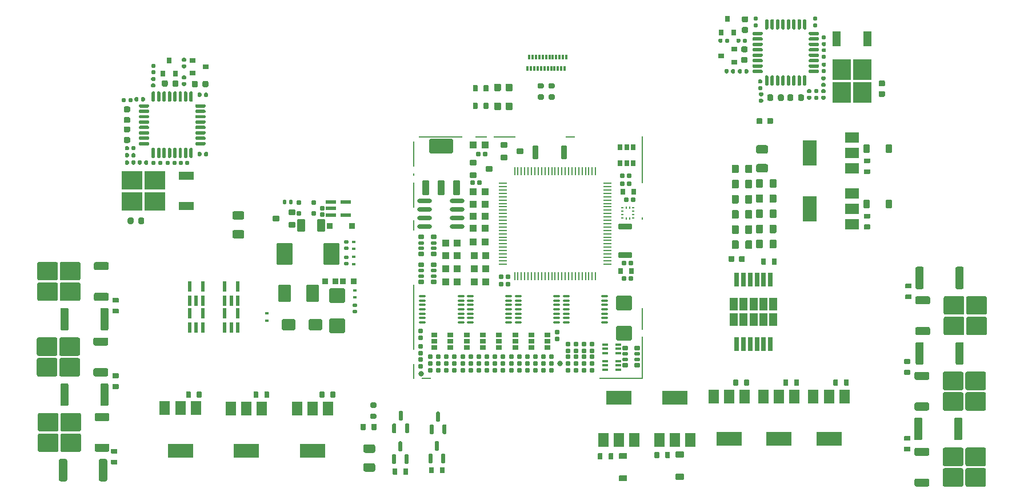
<source format=gtp>
G75*
G70*
%OFA0B0*%
%FSLAX25Y25*%
%IPPOS*%
%LPD*%
%AMOC8*
5,1,8,0,0,1.08239X$1,22.5*
%
%AMM1*
21,1,0.021650,0.052760,0.000000,0.000000,270.000000*
21,1,0.017320,0.057090,0.000000,0.000000,270.000000*
1,1,0.004330,-0.026380,-0.008660*
1,1,0.004330,-0.026380,0.008660*
1,1,0.004330,0.026380,0.008660*
1,1,0.004330,0.026380,-0.008660*
%
%AMM11*
21,1,0.086610,0.073230,0.000000,0.000000,270.000000*
21,1,0.069290,0.090550,0.000000,0.000000,270.000000*
1,1,0.017320,-0.036610,-0.034650*
1,1,0.017320,-0.036610,0.034650*
1,1,0.017320,0.036610,0.034650*
1,1,0.017320,0.036610,-0.034650*
%
%AMM12*
21,1,0.094490,0.111020,0.000000,0.000000,0.000000*
21,1,0.075590,0.129920,0.000000,0.000000,0.000000*
1,1,0.018900,0.037800,-0.055510*
1,1,0.018900,-0.037800,-0.055510*
1,1,0.018900,-0.037800,0.055510*
1,1,0.018900,0.037800,0.055510*
%
%AMM13*
21,1,0.074800,0.083460,0.000000,0.000000,0.000000*
21,1,0.059840,0.098430,0.000000,0.000000,0.000000*
1,1,0.014960,0.029920,-0.041730*
1,1,0.014960,-0.029920,-0.041730*
1,1,0.014960,-0.029920,0.041730*
1,1,0.014960,0.029920,0.041730*
%
%AMM14*
21,1,0.078740,0.053540,0.000000,0.000000,180.000000*
21,1,0.065350,0.066930,0.000000,0.000000,180.000000*
1,1,0.013390,-0.032680,0.026770*
1,1,0.013390,0.032680,0.026770*
1,1,0.013390,0.032680,-0.026770*
1,1,0.013390,-0.032680,-0.026770*
%
%AMM15*
21,1,0.035430,0.030320,0.000000,0.000000,90.000000*
21,1,0.028350,0.037400,0.000000,0.000000,90.000000*
1,1,0.007090,0.015160,0.014170*
1,1,0.007090,0.015160,-0.014170*
1,1,0.007090,-0.015160,-0.014170*
1,1,0.007090,-0.015160,0.014170*
%
%AMM16*
21,1,0.035830,0.026770,0.000000,0.000000,0.000000*
21,1,0.029130,0.033470,0.000000,0.000000,0.000000*
1,1,0.006690,0.014570,-0.013390*
1,1,0.006690,-0.014570,-0.013390*
1,1,0.006690,-0.014570,0.013390*
1,1,0.006690,0.014570,0.013390*
%
%AMM17*
21,1,0.070870,0.036220,0.000000,0.000000,90.000000*
21,1,0.061810,0.045280,0.000000,0.000000,90.000000*
1,1,0.009060,0.018110,0.030910*
1,1,0.009060,0.018110,-0.030910*
1,1,0.009060,-0.018110,-0.030910*
1,1,0.009060,-0.018110,0.030910*
%
%AMM18*
21,1,0.033470,0.026770,0.000000,0.000000,0.000000*
21,1,0.026770,0.033470,0.000000,0.000000,0.000000*
1,1,0.006690,0.013390,-0.013390*
1,1,0.006690,-0.013390,-0.013390*
1,1,0.006690,-0.013390,0.013390*
1,1,0.006690,0.013390,0.013390*
%
%AMM19*
21,1,0.015750,0.016540,0.000000,0.000000,270.000000*
21,1,0.012600,0.019680,0.000000,0.000000,270.000000*
1,1,0.003150,-0.008270,-0.006300*
1,1,0.003150,-0.008270,0.006300*
1,1,0.003150,0.008270,0.006300*
1,1,0.003150,0.008270,-0.006300*
%
%AMM20*
21,1,0.023620,0.018900,0.000000,0.000000,90.000000*
21,1,0.018900,0.023620,0.000000,0.000000,90.000000*
1,1,0.004720,0.009450,0.009450*
1,1,0.004720,0.009450,-0.009450*
1,1,0.004720,-0.009450,-0.009450*
1,1,0.004720,-0.009450,0.009450*
%
%AMM37*
21,1,0.025590,0.026380,0.000000,0.000000,270.000000*
21,1,0.020470,0.031500,0.000000,0.000000,270.000000*
1,1,0.005120,-0.013190,-0.010240*
1,1,0.005120,-0.013190,0.010240*
1,1,0.005120,0.013190,0.010240*
1,1,0.005120,0.013190,-0.010240*
%
%AMM38*
21,1,0.017720,0.027950,0.000000,0.000000,270.000000*
21,1,0.014170,0.031500,0.000000,0.000000,270.000000*
1,1,0.003540,-0.013980,-0.007090*
1,1,0.003540,-0.013980,0.007090*
1,1,0.003540,0.013980,0.007090*
1,1,0.003540,0.013980,-0.007090*
%
%AMM39*
21,1,0.012600,0.028980,0.000000,0.000000,90.000000*
21,1,0.010080,0.031500,0.000000,0.000000,90.000000*
1,1,0.002520,0.014490,0.005040*
1,1,0.002520,0.014490,-0.005040*
1,1,0.002520,-0.014490,-0.005040*
1,1,0.002520,-0.014490,0.005040*
%
%AMM4*
21,1,0.019680,0.019680,0.000000,0.000000,270.000000*
21,1,0.015750,0.023620,0.000000,0.000000,270.000000*
1,1,0.003940,-0.009840,-0.007870*
1,1,0.003940,-0.009840,0.007870*
1,1,0.003940,0.009840,0.007870*
1,1,0.003940,0.009840,-0.007870*
%
%AMM40*
21,1,0.023620,0.030710,0.000000,0.000000,180.000000*
21,1,0.018900,0.035430,0.000000,0.000000,180.000000*
1,1,0.004720,-0.009450,0.015350*
1,1,0.004720,0.009450,0.015350*
1,1,0.004720,0.009450,-0.015350*
1,1,0.004720,-0.009450,-0.015350*
%
%AMM41*
21,1,0.027560,0.018900,0.000000,0.000000,90.000000*
21,1,0.022840,0.023620,0.000000,0.000000,90.000000*
1,1,0.004720,0.009450,0.011420*
1,1,0.004720,0.009450,-0.011420*
1,1,0.004720,-0.009450,-0.011420*
1,1,0.004720,-0.009450,0.011420*
%
%AMM42*
21,1,0.031500,0.072440,0.000000,0.000000,90.000000*
21,1,0.025200,0.078740,0.000000,0.000000,90.000000*
1,1,0.006300,0.036220,0.012600*
1,1,0.006300,0.036220,-0.012600*
1,1,0.006300,-0.036220,-0.012600*
1,1,0.006300,-0.036220,0.012600*
%
%AMM43*
21,1,0.027560,0.018900,0.000000,0.000000,180.000000*
21,1,0.022840,0.023620,0.000000,0.000000,180.000000*
1,1,0.004720,-0.011420,0.009450*
1,1,0.004720,0.011420,0.009450*
1,1,0.004720,0.011420,-0.009450*
1,1,0.004720,-0.011420,-0.009450*
%
%AMM44*
21,1,0.023620,0.030710,0.000000,0.000000,270.000000*
21,1,0.018900,0.035430,0.000000,0.000000,270.000000*
1,1,0.004720,-0.015350,-0.009450*
1,1,0.004720,-0.015350,0.009450*
1,1,0.004720,0.015350,0.009450*
1,1,0.004720,0.015350,-0.009450*
%
%AMM45*
21,1,0.035430,0.030320,0.000000,0.000000,270.000000*
21,1,0.028350,0.037400,0.000000,0.000000,270.000000*
1,1,0.007090,-0.015160,-0.014170*
1,1,0.007090,-0.015160,0.014170*
1,1,0.007090,0.015160,0.014170*
1,1,0.007090,0.015160,-0.014170*
%
%AMM46*
21,1,0.043310,0.075980,0.000000,0.000000,0.000000*
21,1,0.034650,0.084650,0.000000,0.000000,0.000000*
1,1,0.008660,0.017320,-0.037990*
1,1,0.008660,-0.017320,-0.037990*
1,1,0.008660,-0.017320,0.037990*
1,1,0.008660,0.017320,0.037990*
%
%AMM47*
21,1,0.039370,0.035430,0.000000,0.000000,0.000000*
21,1,0.031500,0.043310,0.000000,0.000000,0.000000*
1,1,0.007870,0.015750,-0.017720*
1,1,0.007870,-0.015750,-0.017720*
1,1,0.007870,-0.015750,0.017720*
1,1,0.007870,0.015750,0.017720*
%
%AMM48*
21,1,0.027560,0.030710,0.000000,0.000000,0.000000*
21,1,0.022050,0.036220,0.000000,0.000000,0.000000*
1,1,0.005510,0.011020,-0.015350*
1,1,0.005510,-0.011020,-0.015350*
1,1,0.005510,-0.011020,0.015350*
1,1,0.005510,0.011020,0.015350*
%
%AMM49*
21,1,0.031500,0.072440,0.000000,0.000000,0.000000*
21,1,0.025200,0.078740,0.000000,0.000000,0.000000*
1,1,0.006300,0.012600,-0.036220*
1,1,0.006300,-0.012600,-0.036220*
1,1,0.006300,-0.012600,0.036220*
1,1,0.006300,0.012600,0.036220*
%
%AMM50*
21,1,0.137800,0.067720,0.000000,0.000000,0.000000*
21,1,0.120870,0.084650,0.000000,0.000000,0.000000*
1,1,0.016930,0.060430,-0.033860*
1,1,0.016930,-0.060430,-0.033860*
1,1,0.016930,-0.060430,0.033860*
1,1,0.016930,0.060430,0.033860*
%
%AMM51*
21,1,0.043310,0.075990,0.000000,0.000000,0.000000*
21,1,0.034650,0.084650,0.000000,0.000000,0.000000*
1,1,0.008660,0.017320,-0.037990*
1,1,0.008660,-0.017320,-0.037990*
1,1,0.008660,-0.017320,0.037990*
1,1,0.008660,0.017320,0.037990*
%
%AMM52*
21,1,0.086610,0.073230,0.000000,0.000000,90.000000*
21,1,0.069290,0.090550,0.000000,0.000000,90.000000*
1,1,0.017320,0.036610,0.034650*
1,1,0.017320,0.036610,-0.034650*
1,1,0.017320,-0.036610,-0.034650*
1,1,0.017320,-0.036610,0.034650*
%
%AMM6*
21,1,0.019680,0.019680,0.000000,0.000000,0.000000*
21,1,0.015750,0.023620,0.000000,0.000000,0.000000*
1,1,0.003940,0.007870,-0.009840*
1,1,0.003940,-0.007870,-0.009840*
1,1,0.003940,-0.007870,0.009840*
1,1,0.003940,0.007870,0.009840*
%
%AMM92*
21,1,0.021650,0.052760,-0.000000,0.000000,0.000000*
21,1,0.017320,0.057090,-0.000000,0.000000,0.000000*
1,1,0.004330,0.008660,-0.026380*
1,1,0.004330,-0.008660,-0.026380*
1,1,0.004330,-0.008660,0.026380*
1,1,0.004330,0.008660,0.026380*
%
%ADD104M4*%
%ADD106M6*%
%ADD112M11*%
%ADD113M12*%
%ADD114M13*%
%ADD115M14*%
%ADD116M15*%
%ADD117M16*%
%ADD118M17*%
%ADD119M18*%
%ADD120M19*%
%ADD121M20*%
%ADD13R,0.05906X0.07874*%
%ADD14R,0.14961X0.07874*%
%ADD143M37*%
%ADD144M38*%
%ADD145M39*%
%ADD146O,0.04724X0.00866*%
%ADD147O,0.00866X0.04724*%
%ADD148O,0.04331X0.01181*%
%ADD149M40*%
%ADD15R,0.00787X0.14567*%
%ADD150M41*%
%ADD151R,0.01378X0.00984*%
%ADD152R,0.00984X0.01378*%
%ADD153M42*%
%ADD154M43*%
%ADD155M44*%
%ADD156M45*%
%ADD157O,0.08661X0.02362*%
%ADD158M46*%
%ADD159M47*%
%ADD16R,0.00787X0.01575*%
%ADD160M48*%
%ADD161M49*%
%ADD162M50*%
%ADD163M51*%
%ADD164M52*%
%ADD17R,0.00787X0.06299*%
%ADD18R,0.00787X0.38189*%
%ADD19R,0.00787X0.09055*%
%ADD20R,0.05512X0.00787*%
%ADD21R,0.25197X0.00787*%
%ADD22R,0.06693X0.00787*%
%ADD23R,0.12992X0.00787*%
%ADD231R,0.08661X0.04724*%
%ADD235R,0.12008X0.10827*%
%ADD238M92*%
%ADD24R,0.00787X0.27559*%
%ADD25R,0.00787X0.12992*%
%ADD26R,0.00787X0.24803*%
%ADD36R,0.01181X0.02756*%
%ADD38R,0.02559X0.07874*%
%ADD50R,0.07874X0.05906*%
%ADD51R,0.07874X0.14961*%
%ADD62C,0.03150*%
%ADD70R,0.04567X0.07677*%
%ADD80R,0.03543X0.03150*%
%ADD81R,0.04724X0.08661*%
%ADD84R,0.03150X0.03543*%
%ADD91R,0.10827X0.12008*%
%ADD96M1*%
X0000000Y0000000D02*
%LPD*%
G01*
D13*
X0115354Y0132283D03*
X0106299Y0132283D03*
X0097244Y0132283D03*
D14*
X0106299Y0107480D03*
G36*
G01*
X0454016Y0239075D02*
X0454016Y0234941D01*
G75*
G02*
X0453622Y0234547I-000394J0000000D01*
G01*
X0450472Y0234547D01*
G75*
G02*
X0450079Y0234941I0000000J0000394D01*
G01*
X0450079Y0239075D01*
G75*
G02*
X0450472Y0239469I0000394J0000000D01*
G01*
X0453622Y0239469D01*
G75*
G02*
X0454016Y0239075I0000000J-000394D01*
G01*
G37*
G36*
G01*
X0446142Y0239075D02*
X0446142Y0234941D01*
G75*
G02*
X0445748Y0234547I-000394J0000000D01*
G01*
X0442598Y0234547D01*
G75*
G02*
X0442205Y0234941I0000000J0000394D01*
G01*
X0442205Y0239075D01*
G75*
G02*
X0442598Y0239469I0000394J0000000D01*
G01*
X0445748Y0239469D01*
G75*
G02*
X0446142Y0239075I0000000J-000394D01*
G01*
G37*
G36*
G01*
X0253543Y0117028D02*
X0252362Y0117028D01*
G75*
G02*
X0251772Y0117618I0000000J0000591D01*
G01*
X0251772Y0122244D01*
G75*
G02*
X0252362Y0122835I0000591J0000000D01*
G01*
X0253543Y0122835D01*
G75*
G02*
X0254134Y0122244I0000000J-000591D01*
G01*
X0254134Y0117618D01*
G75*
G02*
X0253543Y0117028I-000591J0000000D01*
G01*
G37*
G36*
G01*
X0257283Y0124409D02*
X0256102Y0124409D01*
G75*
G02*
X0255512Y0125000I0000000J0000591D01*
G01*
X0255512Y0129626D01*
G75*
G02*
X0256102Y0130217I0000591J0000000D01*
G01*
X0257283Y0130217D01*
G75*
G02*
X0257874Y0129626I0000000J-000591D01*
G01*
X0257874Y0125000D01*
G75*
G02*
X0257283Y0124409I-000591J0000000D01*
G01*
G37*
G36*
G01*
X0261024Y0117028D02*
X0259843Y0117028D01*
G75*
G02*
X0259252Y0117618I0000000J0000591D01*
G01*
X0259252Y0122244D01*
G75*
G02*
X0259843Y0122835I0000591J0000000D01*
G01*
X0261024Y0122835D01*
G75*
G02*
X0261614Y0122244I0000000J-000591D01*
G01*
X0261614Y0117618D01*
G75*
G02*
X0261024Y0117028I-000591J0000000D01*
G01*
G37*
G36*
G01*
X0064469Y0145768D02*
X0064469Y0134547D01*
G75*
G02*
X0063484Y0133563I-000984J0000000D01*
G01*
X0060630Y0133563D01*
G75*
G02*
X0059646Y0134547I0000000J0000984D01*
G01*
X0059646Y0145768D01*
G75*
G02*
X0060630Y0146752I0000984J0000000D01*
G01*
X0063484Y0146752D01*
G75*
G02*
X0064469Y0145768I0000000J-000984D01*
G01*
G37*
G36*
G01*
X0041142Y0145768D02*
X0041142Y0134547D01*
G75*
G02*
X0040157Y0133563I-000984J0000000D01*
G01*
X0037303Y0133563D01*
G75*
G02*
X0036319Y0134547I0000000J0000984D01*
G01*
X0036319Y0145768D01*
G75*
G02*
X0037303Y0146752I0000984J0000000D01*
G01*
X0040157Y0146752D01*
G75*
G02*
X0041142Y0145768I0000000J-000984D01*
G01*
G37*
G36*
G01*
X0454213Y0219449D02*
X0454213Y0216378D01*
G75*
G02*
X0453937Y0216102I-000276J0000000D01*
G01*
X0451732Y0216102D01*
G75*
G02*
X0451457Y0216378I0000000J0000276D01*
G01*
X0451457Y0219449D01*
G75*
G02*
X0451732Y0219724I0000276J0000000D01*
G01*
X0453937Y0219724D01*
G75*
G02*
X0454213Y0219449I0000000J-000276D01*
G01*
G37*
G36*
G01*
X0447913Y0219449D02*
X0447913Y0216378D01*
G75*
G02*
X0447638Y0216102I-000276J0000000D01*
G01*
X0445433Y0216102D01*
G75*
G02*
X0445157Y0216378I0000000J0000276D01*
G01*
X0445157Y0219449D01*
G75*
G02*
X0445433Y0219724I0000276J0000000D01*
G01*
X0447638Y0219724D01*
G75*
G02*
X0447913Y0219449I0000000J-000276D01*
G01*
G37*
G36*
G01*
X0231693Y0117569D02*
X0230512Y0117569D01*
G75*
G02*
X0229921Y0118159I0000000J0000591D01*
G01*
X0229921Y0122785D01*
G75*
G02*
X0230512Y0123376I0000591J0000000D01*
G01*
X0231693Y0123376D01*
G75*
G02*
X0232283Y0122785I0000000J-000591D01*
G01*
X0232283Y0118159D01*
G75*
G02*
X0231693Y0117569I-000591J0000000D01*
G01*
G37*
G36*
G01*
X0235433Y0124951D02*
X0234252Y0124951D01*
G75*
G02*
X0233661Y0125541I0000000J0000591D01*
G01*
X0233661Y0130167D01*
G75*
G02*
X0234252Y0130758I0000591J0000000D01*
G01*
X0235433Y0130758D01*
G75*
G02*
X0236024Y0130167I0000000J-000591D01*
G01*
X0236024Y0125541D01*
G75*
G02*
X0235433Y0124951I-000591J0000000D01*
G01*
G37*
G36*
G01*
X0239173Y0117569D02*
X0237992Y0117569D01*
G75*
G02*
X0237402Y0118159I0000000J0000591D01*
G01*
X0237402Y0122785D01*
G75*
G02*
X0237992Y0123376I0000591J0000000D01*
G01*
X0239173Y0123376D01*
G75*
G02*
X0239764Y0122785I0000000J-000591D01*
G01*
X0239764Y0118159D01*
G75*
G02*
X0239173Y0117569I-000591J0000000D01*
G01*
G37*
G36*
G01*
X0317618Y0312500D02*
X0315453Y0312500D01*
G75*
G02*
X0314665Y0313287I0000000J0000787D01*
G01*
X0314665Y0314862D01*
G75*
G02*
X0315453Y0315650I0000787J0000000D01*
G01*
X0317618Y0315650D01*
G75*
G02*
X0318406Y0314862I0000000J-000787D01*
G01*
X0318406Y0313287D01*
G75*
G02*
X0317618Y0312500I-000787J0000000D01*
G01*
G37*
G36*
G01*
X0317618Y0318996D02*
X0315453Y0318996D01*
G75*
G02*
X0314665Y0319783I0000000J0000787D01*
G01*
X0314665Y0321358D01*
G75*
G02*
X0315453Y0322146I0000787J0000000D01*
G01*
X0317618Y0322146D01*
G75*
G02*
X0318406Y0321358I0000000J-000787D01*
G01*
X0318406Y0319783D01*
G75*
G02*
X0317618Y0318996I-000787J0000000D01*
G01*
G37*
G36*
G01*
X0300000Y0310433D02*
X0300000Y0306890D01*
G75*
G02*
X0299606Y0306496I-000394J0000000D01*
G01*
X0296457Y0306496D01*
G75*
G02*
X0296063Y0306890I0000000J0000394D01*
G01*
X0296063Y0310433D01*
G75*
G02*
X0296457Y0310827I0000394J0000000D01*
G01*
X0299606Y0310827D01*
G75*
G02*
X0300000Y0310433I0000000J-000394D01*
G01*
G37*
G36*
G01*
X0293307Y0310433D02*
X0293307Y0306890D01*
G75*
G02*
X0292913Y0306496I-000394J0000000D01*
G01*
X0289764Y0306496D01*
G75*
G02*
X0289370Y0306890I0000000J0000394D01*
G01*
X0289370Y0310433D01*
G75*
G02*
X0289764Y0310827I0000394J0000000D01*
G01*
X0292913Y0310827D01*
G75*
G02*
X0293307Y0310433I0000000J-000394D01*
G01*
G37*
G36*
G01*
X0428031Y0269980D02*
X0428031Y0274114D01*
G75*
G02*
X0428425Y0274508I0000394J0000000D01*
G01*
X0431575Y0274508D01*
G75*
G02*
X0431969Y0274114I0000000J-000394D01*
G01*
X0431969Y0269980D01*
G75*
G02*
X0431575Y0269587I-000394J0000000D01*
G01*
X0428425Y0269587D01*
G75*
G02*
X0428031Y0269980I0000000J0000394D01*
G01*
G37*
G36*
G01*
X0435906Y0269980D02*
X0435906Y0274114D01*
G75*
G02*
X0436299Y0274508I0000394J0000000D01*
G01*
X0439449Y0274508D01*
G75*
G02*
X0439843Y0274114I0000000J-000394D01*
G01*
X0439843Y0269980D01*
G75*
G02*
X0439449Y0269587I-000394J0000000D01*
G01*
X0436299Y0269587D01*
G75*
G02*
X0435906Y0269980I0000000J0000394D01*
G01*
G37*
G36*
G01*
X0428031Y0234547D02*
X0428031Y0238681D01*
G75*
G02*
X0428425Y0239075I0000394J0000000D01*
G01*
X0431575Y0239075D01*
G75*
G02*
X0431969Y0238681I0000000J-000394D01*
G01*
X0431969Y0234547D01*
G75*
G02*
X0431575Y0234154I-000394J0000000D01*
G01*
X0428425Y0234154D01*
G75*
G02*
X0428031Y0234547I0000000J0000394D01*
G01*
G37*
G36*
G01*
X0435906Y0234547D02*
X0435906Y0238681D01*
G75*
G02*
X0436299Y0239075I0000394J0000000D01*
G01*
X0439449Y0239075D01*
G75*
G02*
X0439843Y0238681I0000000J-000394D01*
G01*
X0439843Y0234547D01*
G75*
G02*
X0439449Y0234154I-000394J0000000D01*
G01*
X0436299Y0234154D01*
G75*
G02*
X0435906Y0234547I0000000J0000394D01*
G01*
G37*
G36*
G01*
X0066969Y0152559D02*
X0070039Y0152559D01*
G75*
G02*
X0070315Y0152283I0000000J-000276D01*
G01*
X0070315Y0150079D01*
G75*
G02*
X0070039Y0149803I-000276J0000000D01*
G01*
X0066969Y0149803D01*
G75*
G02*
X0066693Y0150079I0000000J0000276D01*
G01*
X0066693Y0152283D01*
G75*
G02*
X0066969Y0152559I0000276J0000000D01*
G01*
G37*
G36*
G01*
X0066969Y0146260D02*
X0070039Y0146260D01*
G75*
G02*
X0070315Y0145984I0000000J-000276D01*
G01*
X0070315Y0143780D01*
G75*
G02*
X0070039Y0143504I-000276J0000000D01*
G01*
X0066969Y0143504D01*
G75*
G02*
X0066693Y0143780I0000000J0000276D01*
G01*
X0066693Y0145984D01*
G75*
G02*
X0066969Y0146260I0000276J0000000D01*
G01*
G37*
G36*
G01*
X0535138Y0202736D02*
X0535138Y0213957D01*
G75*
G02*
X0536122Y0214941I0000984J0000000D01*
G01*
X0538976Y0214941D01*
G75*
G02*
X0539961Y0213957I0000000J-000984D01*
G01*
X0539961Y0202736D01*
G75*
G02*
X0538976Y0201752I-000984J0000000D01*
G01*
X0536122Y0201752D01*
G75*
G02*
X0535138Y0202736I0000000J0000984D01*
G01*
G37*
G36*
G01*
X0558465Y0202736D02*
X0558465Y0213957D01*
G75*
G02*
X0559449Y0214941I0000984J0000000D01*
G01*
X0562303Y0214941D01*
G75*
G02*
X0563287Y0213957I0000000J-000984D01*
G01*
X0563287Y0202736D01*
G75*
G02*
X0562303Y0201752I-000984J0000000D01*
G01*
X0559449Y0201752D01*
G75*
G02*
X0558465Y0202736I0000000J0000984D01*
G01*
G37*
G36*
G01*
X0149016Y0138622D02*
X0149016Y0141693D01*
G75*
G02*
X0149291Y0141969I0000276J0000000D01*
G01*
X0151496Y0141969D01*
G75*
G02*
X0151772Y0141693I0000000J-000276D01*
G01*
X0151772Y0138622D01*
G75*
G02*
X0151496Y0138346I-000276J0000000D01*
G01*
X0149291Y0138346D01*
G75*
G02*
X0149016Y0138622I0000000J0000276D01*
G01*
G37*
G36*
G01*
X0155315Y0138622D02*
X0155315Y0141693D01*
G75*
G02*
X0155591Y0141969I0000276J0000000D01*
G01*
X0157795Y0141969D01*
G75*
G02*
X0158071Y0141693I0000000J-000276D01*
G01*
X0158071Y0138622D01*
G75*
G02*
X0157795Y0138346I-000276J0000000D01*
G01*
X0155591Y0138346D01*
G75*
G02*
X0155315Y0138622I0000000J0000276D01*
G01*
G37*
G36*
G01*
X0454016Y0265650D02*
X0454016Y0261516D01*
G75*
G02*
X0453622Y0261122I-000394J0000000D01*
G01*
X0450472Y0261122D01*
G75*
G02*
X0450079Y0261516I0000000J0000394D01*
G01*
X0450079Y0265650D01*
G75*
G02*
X0450472Y0266043I0000394J0000000D01*
G01*
X0453622Y0266043D01*
G75*
G02*
X0454016Y0265650I0000000J-000394D01*
G01*
G37*
G36*
G01*
X0446142Y0265650D02*
X0446142Y0261516D01*
G75*
G02*
X0445748Y0261122I-000394J0000000D01*
G01*
X0442598Y0261122D01*
G75*
G02*
X0442205Y0261516I0000000J0000394D01*
G01*
X0442205Y0265650D01*
G75*
G02*
X0442598Y0266043I0000394J0000000D01*
G01*
X0445748Y0266043D01*
G75*
G02*
X0446142Y0265650I0000000J-000394D01*
G01*
G37*
G36*
G01*
X0063681Y0101673D02*
X0063681Y0090453D01*
G75*
G02*
X0062697Y0089469I-000984J0000000D01*
G01*
X0059843Y0089469D01*
G75*
G02*
X0058858Y0090453I0000000J0000984D01*
G01*
X0058858Y0101673D01*
G75*
G02*
X0059843Y0102657I0000984J0000000D01*
G01*
X0062697Y0102657D01*
G75*
G02*
X0063681Y0101673I0000000J-000984D01*
G01*
G37*
G36*
G01*
X0040354Y0101673D02*
X0040354Y0090453D01*
G75*
G02*
X0039370Y0089469I-000984J0000000D01*
G01*
X0036516Y0089469D01*
G75*
G02*
X0035531Y0090453I0000000J0000984D01*
G01*
X0035531Y0101673D01*
G75*
G02*
X0036516Y0102657I0000984J0000000D01*
G01*
X0039370Y0102657D01*
G75*
G02*
X0040354Y0101673I0000000J-000984D01*
G01*
G37*
G36*
G01*
X0535138Y0158642D02*
X0535138Y0169862D01*
G75*
G02*
X0536122Y0170846I0000984J0000000D01*
G01*
X0538976Y0170846D01*
G75*
G02*
X0539961Y0169862I0000000J-000984D01*
G01*
X0539961Y0158642D01*
G75*
G02*
X0538976Y0157657I-000984J0000000D01*
G01*
X0536122Y0157657D01*
G75*
G02*
X0535138Y0158642I0000000J0000984D01*
G01*
G37*
G36*
G01*
X0558465Y0158642D02*
X0558465Y0169862D01*
G75*
G02*
X0559449Y0170846I0000984J0000000D01*
G01*
X0562303Y0170846D01*
G75*
G02*
X0563287Y0169862I0000000J-000984D01*
G01*
X0563287Y0158642D01*
G75*
G02*
X0562303Y0157657I-000984J0000000D01*
G01*
X0559449Y0157657D01*
G75*
G02*
X0558465Y0158642I0000000J0000984D01*
G01*
G37*
D13*
X0464567Y0139173D03*
X0455512Y0139173D03*
X0446457Y0139173D03*
D14*
X0455512Y0114370D03*
G36*
G01*
X0428031Y0252264D02*
X0428031Y0256398D01*
G75*
G02*
X0428425Y0256791I0000394J0000000D01*
G01*
X0431575Y0256791D01*
G75*
G02*
X0431969Y0256398I0000000J-000394D01*
G01*
X0431969Y0252264D01*
G75*
G02*
X0431575Y0251870I-000394J0000000D01*
G01*
X0428425Y0251870D01*
G75*
G02*
X0428031Y0252264I0000000J0000394D01*
G01*
G37*
G36*
G01*
X0435906Y0252264D02*
X0435906Y0256398D01*
G75*
G02*
X0436299Y0256791I0000394J0000000D01*
G01*
X0439449Y0256791D01*
G75*
G02*
X0439843Y0256398I0000000J-000394D01*
G01*
X0439843Y0252264D01*
G75*
G02*
X0439449Y0251870I-000394J0000000D01*
G01*
X0436299Y0251870D01*
G75*
G02*
X0435906Y0252264I0000000J0000394D01*
G01*
G37*
D13*
X0192520Y0132087D03*
X0183465Y0132087D03*
X0174409Y0132087D03*
D14*
X0183465Y0107283D03*
G36*
G01*
X0428031Y0261122D02*
X0428031Y0265256D01*
G75*
G02*
X0428425Y0265650I0000394J0000000D01*
G01*
X0431575Y0265650D01*
G75*
G02*
X0431969Y0265256I0000000J-000394D01*
G01*
X0431969Y0261122D01*
G75*
G02*
X0431575Y0260728I-000394J0000000D01*
G01*
X0428425Y0260728D01*
G75*
G02*
X0428031Y0261122I0000000J0000394D01*
G01*
G37*
G36*
G01*
X0435906Y0261122D02*
X0435906Y0265256D01*
G75*
G02*
X0436299Y0265650I0000394J0000000D01*
G01*
X0439449Y0265650D01*
G75*
G02*
X0439843Y0265256I0000000J-000394D01*
G01*
X0439843Y0261122D01*
G75*
G02*
X0439449Y0260728I-000394J0000000D01*
G01*
X0436299Y0260728D01*
G75*
G02*
X0435906Y0261122I0000000J0000394D01*
G01*
G37*
G36*
G01*
X0531850Y0106969D02*
X0528780Y0106969D01*
G75*
G02*
X0528504Y0107244I0000000J0000276D01*
G01*
X0528504Y0109449D01*
G75*
G02*
X0528780Y0109724I0000276J0000000D01*
G01*
X0531850Y0109724D01*
G75*
G02*
X0532126Y0109449I0000000J-000276D01*
G01*
X0532126Y0107244D01*
G75*
G02*
X0531850Y0106969I-000276J0000000D01*
G01*
G37*
G36*
G01*
X0531850Y0113268D02*
X0528780Y0113268D01*
G75*
G02*
X0528504Y0113543I0000000J0000276D01*
G01*
X0528504Y0115748D01*
G75*
G02*
X0528780Y0116024I0000276J0000000D01*
G01*
X0531850Y0116024D01*
G75*
G02*
X0532126Y0115748I0000000J-000276D01*
G01*
X0532126Y0113543D01*
G75*
G02*
X0531850Y0113268I-000276J0000000D01*
G01*
G37*
D13*
X0435433Y0139173D03*
X0426378Y0139173D03*
X0417323Y0139173D03*
D14*
X0426378Y0114370D03*
G36*
G01*
X0231496Y0099705D02*
X0230315Y0099705D01*
G75*
G02*
X0229724Y0100295I0000000J0000591D01*
G01*
X0229724Y0104921D01*
G75*
G02*
X0230315Y0105512I0000591J0000000D01*
G01*
X0231496Y0105512D01*
G75*
G02*
X0232087Y0104921I0000000J-000591D01*
G01*
X0232087Y0100295D01*
G75*
G02*
X0231496Y0099705I-000591J0000000D01*
G01*
G37*
G36*
G01*
X0235236Y0107087D02*
X0234055Y0107087D01*
G75*
G02*
X0233465Y0107677I0000000J0000591D01*
G01*
X0233465Y0112303D01*
G75*
G02*
X0234055Y0112894I0000591J0000000D01*
G01*
X0235236Y0112894D01*
G75*
G02*
X0235827Y0112303I0000000J-000591D01*
G01*
X0235827Y0107677D01*
G75*
G02*
X0235236Y0107087I-000591J0000000D01*
G01*
G37*
G36*
G01*
X0238976Y0099705D02*
X0237795Y0099705D01*
G75*
G02*
X0237205Y0100295I0000000J0000591D01*
G01*
X0237205Y0104921D01*
G75*
G02*
X0237795Y0105512I0000591J0000000D01*
G01*
X0238976Y0105512D01*
G75*
G02*
X0239567Y0104921I0000000J-000591D01*
G01*
X0239567Y0100295D01*
G75*
G02*
X0238976Y0099705I-000591J0000000D01*
G01*
G37*
G36*
G01*
X0535039Y0193898D02*
X0535039Y0196654D01*
G75*
G02*
X0536024Y0197638I0000984J0000000D01*
G01*
X0542717Y0197638D01*
G75*
G02*
X0543701Y0196654I0000000J-000984D01*
G01*
X0543701Y0193898D01*
G75*
G02*
X0542717Y0192913I-000984J0000000D01*
G01*
X0536024Y0192913D01*
G75*
G02*
X0535039Y0193898I0000000J0000984D01*
G01*
G37*
G36*
G01*
X0551575Y0187874D02*
X0551575Y0196732D01*
G75*
G02*
X0552559Y0197717I0000984J0000000D01*
G01*
X0562598Y0197717D01*
G75*
G02*
X0563583Y0196732I0000000J-000984D01*
G01*
X0563583Y0187874D01*
G75*
G02*
X0562598Y0186890I-000984J0000000D01*
G01*
X0552559Y0186890D01*
G75*
G02*
X0551575Y0187874I0000000J0000984D01*
G01*
G37*
G36*
G01*
X0551575Y0175866D02*
X0551575Y0184724D01*
G75*
G02*
X0552559Y0185709I0000984J0000000D01*
G01*
X0562598Y0185709D01*
G75*
G02*
X0563583Y0184724I0000000J-000984D01*
G01*
X0563583Y0175866D01*
G75*
G02*
X0562598Y0174882I-000984J0000000D01*
G01*
X0552559Y0174882D01*
G75*
G02*
X0551575Y0175866I0000000J0000984D01*
G01*
G37*
G36*
G01*
X0564764Y0187874D02*
X0564764Y0196732D01*
G75*
G02*
X0565748Y0197717I0000984J0000000D01*
G01*
X0575787Y0197717D01*
G75*
G02*
X0576772Y0196732I0000000J-000984D01*
G01*
X0576772Y0187874D01*
G75*
G02*
X0575787Y0186890I-000984J0000000D01*
G01*
X0565748Y0186890D01*
G75*
G02*
X0564764Y0187874I0000000J0000984D01*
G01*
G37*
G36*
G01*
X0564764Y0175866D02*
X0564764Y0184724D01*
G75*
G02*
X0565748Y0185709I0000984J0000000D01*
G01*
X0575787Y0185709D01*
G75*
G02*
X0576772Y0184724I0000000J-000984D01*
G01*
X0576772Y0175866D01*
G75*
G02*
X0575787Y0174882I-000984J0000000D01*
G01*
X0565748Y0174882D01*
G75*
G02*
X0564764Y0175866I0000000J0000984D01*
G01*
G37*
G36*
G01*
X0535039Y0175945D02*
X0535039Y0178701D01*
G75*
G02*
X0536024Y0179685I0000984J0000000D01*
G01*
X0542717Y0179685D01*
G75*
G02*
X0543701Y0178701I0000000J-000984D01*
G01*
X0543701Y0175945D01*
G75*
G02*
X0542717Y0174961I-000984J0000000D01*
G01*
X0536024Y0174961D01*
G75*
G02*
X0535039Y0175945I0000000J0000984D01*
G01*
G37*
D36*
X0330512Y0330630D03*
X0328543Y0330630D03*
X0326575Y0330630D03*
X0324606Y0330630D03*
X0322638Y0330630D03*
X0320669Y0330630D03*
X0318701Y0330630D03*
X0316732Y0330630D03*
X0314764Y0330630D03*
X0312795Y0330630D03*
X0310827Y0330630D03*
X0308858Y0330630D03*
X0309843Y0337323D03*
X0311811Y0337323D03*
X0313780Y0337323D03*
X0315748Y0337323D03*
X0317717Y0337323D03*
X0319685Y0337323D03*
X0321654Y0337323D03*
X0323622Y0337323D03*
X0325591Y0337323D03*
X0327559Y0337323D03*
X0329528Y0337323D03*
X0331496Y0337323D03*
G36*
G01*
X0505354Y0245866D02*
X0508425Y0245866D01*
G75*
G02*
X0508701Y0245591I0000000J-000276D01*
G01*
X0508701Y0243386D01*
G75*
G02*
X0508425Y0243110I-000276J0000000D01*
G01*
X0505354Y0243110D01*
G75*
G02*
X0505079Y0243386I0000000J0000276D01*
G01*
X0505079Y0245591D01*
G75*
G02*
X0505354Y0245866I0000276J0000000D01*
G01*
G37*
G36*
G01*
X0505354Y0239567D02*
X0508425Y0239567D01*
G75*
G02*
X0508701Y0239291I0000000J-000276D01*
G01*
X0508701Y0237087D01*
G75*
G02*
X0508425Y0236811I-000276J0000000D01*
G01*
X0505354Y0236811D01*
G75*
G02*
X0505079Y0237087I0000000J0000276D01*
G01*
X0505079Y0239291D01*
G75*
G02*
X0505354Y0239567I0000276J0000000D01*
G01*
G37*
G36*
G01*
X0531850Y0151850D02*
X0528780Y0151850D01*
G75*
G02*
X0528504Y0152126I0000000J0000276D01*
G01*
X0528504Y0154331D01*
G75*
G02*
X0528780Y0154606I0000276J0000000D01*
G01*
X0531850Y0154606D01*
G75*
G02*
X0532126Y0154331I0000000J-000276D01*
G01*
X0532126Y0152126D01*
G75*
G02*
X0531850Y0151850I-000276J0000000D01*
G01*
G37*
G36*
G01*
X0531850Y0158150D02*
X0528780Y0158150D01*
G75*
G02*
X0528504Y0158425I0000000J0000276D01*
G01*
X0528504Y0160630D01*
G75*
G02*
X0528780Y0160906I0000276J0000000D01*
G01*
X0531850Y0160906D01*
G75*
G02*
X0532126Y0160630I0000000J-000276D01*
G01*
X0532126Y0158425D01*
G75*
G02*
X0531850Y0158150I-000276J0000000D01*
G01*
G37*
G36*
G01*
X0504921Y0281850D02*
X0504921Y0285866D01*
G75*
G02*
X0505276Y0286220I0000354J0000000D01*
G01*
X0508110Y0286220D01*
G75*
G02*
X0508465Y0285866I0000000J-000354D01*
G01*
X0508465Y0281850D01*
G75*
G02*
X0508110Y0281496I-000354J0000000D01*
G01*
X0505276Y0281496D01*
G75*
G02*
X0504921Y0281850I0000000J0000354D01*
G01*
G37*
G36*
G01*
X0517913Y0281850D02*
X0517913Y0285866D01*
G75*
G02*
X0518268Y0286220I0000354J0000000D01*
G01*
X0521102Y0286220D01*
G75*
G02*
X0521457Y0285866I0000000J-000354D01*
G01*
X0521457Y0281850D01*
G75*
G02*
X0521102Y0281496I-000354J0000000D01*
G01*
X0518268Y0281496D01*
G75*
G02*
X0517913Y0281850I0000000J0000354D01*
G01*
G37*
G36*
G01*
X0534547Y0105413D02*
X0534547Y0108169D01*
G75*
G02*
X0535531Y0109154I0000984J0000000D01*
G01*
X0542224Y0109154D01*
G75*
G02*
X0543209Y0108169I0000000J-000984D01*
G01*
X0543209Y0105413D01*
G75*
G02*
X0542224Y0104429I-000984J0000000D01*
G01*
X0535531Y0104429D01*
G75*
G02*
X0534547Y0105413I0000000J0000984D01*
G01*
G37*
G36*
G01*
X0551083Y0099390D02*
X0551083Y0108248D01*
G75*
G02*
X0552067Y0109232I0000984J0000000D01*
G01*
X0562106Y0109232D01*
G75*
G02*
X0563091Y0108248I0000000J-000984D01*
G01*
X0563091Y0099390D01*
G75*
G02*
X0562106Y0098406I-000984J0000000D01*
G01*
X0552067Y0098406D01*
G75*
G02*
X0551083Y0099390I0000000J0000984D01*
G01*
G37*
G36*
G01*
X0551083Y0087382D02*
X0551083Y0096240D01*
G75*
G02*
X0552067Y0097224I0000984J0000000D01*
G01*
X0562106Y0097224D01*
G75*
G02*
X0563091Y0096240I0000000J-000984D01*
G01*
X0563091Y0087382D01*
G75*
G02*
X0562106Y0086398I-000984J0000000D01*
G01*
X0552067Y0086398D01*
G75*
G02*
X0551083Y0087382I0000000J0000984D01*
G01*
G37*
G36*
G01*
X0564272Y0099390D02*
X0564272Y0108248D01*
G75*
G02*
X0565256Y0109232I0000984J0000000D01*
G01*
X0575295Y0109232D01*
G75*
G02*
X0576280Y0108248I0000000J-000984D01*
G01*
X0576280Y0099390D01*
G75*
G02*
X0575295Y0098406I-000984J0000000D01*
G01*
X0565256Y0098406D01*
G75*
G02*
X0564272Y0099390I0000000J0000984D01*
G01*
G37*
G36*
G01*
X0564272Y0087382D02*
X0564272Y0096240D01*
G75*
G02*
X0565256Y0097224I0000984J0000000D01*
G01*
X0575295Y0097224D01*
G75*
G02*
X0576280Y0096240I0000000J-000984D01*
G01*
X0576280Y0087382D01*
G75*
G02*
X0575295Y0086398I-000984J0000000D01*
G01*
X0565256Y0086398D01*
G75*
G02*
X0564272Y0087382I0000000J0000984D01*
G01*
G37*
G36*
G01*
X0534547Y0087461D02*
X0534547Y0090217D01*
G75*
G02*
X0535531Y0091201I0000984J0000000D01*
G01*
X0542224Y0091201D01*
G75*
G02*
X0543209Y0090217I0000000J-000984D01*
G01*
X0543209Y0087461D01*
G75*
G02*
X0542224Y0086476I-000984J0000000D01*
G01*
X0535531Y0086476D01*
G75*
G02*
X0534547Y0087461I0000000J0000984D01*
G01*
G37*
G36*
G01*
X0391929Y0106457D02*
X0391929Y0103386D01*
G75*
G02*
X0391654Y0103110I-000276J0000000D01*
G01*
X0389449Y0103110D01*
G75*
G02*
X0389173Y0103386I0000000J0000276D01*
G01*
X0389173Y0106457D01*
G75*
G02*
X0389449Y0106732I0000276J0000000D01*
G01*
X0391654Y0106732D01*
G75*
G02*
X0391929Y0106457I0000000J-000276D01*
G01*
G37*
G36*
G01*
X0385630Y0106457D02*
X0385630Y0103386D01*
G75*
G02*
X0385354Y0103110I-000276J0000000D01*
G01*
X0383150Y0103110D01*
G75*
G02*
X0382874Y0103386I0000000J0000276D01*
G01*
X0382874Y0106457D01*
G75*
G02*
X0383150Y0106732I0000276J0000000D01*
G01*
X0385354Y0106732D01*
G75*
G02*
X0385630Y0106457I0000000J-000276D01*
G01*
G37*
G36*
G01*
X0286024Y0310394D02*
X0286024Y0307323D01*
G75*
G02*
X0285748Y0307047I-000276J0000000D01*
G01*
X0283543Y0307047D01*
G75*
G02*
X0283268Y0307323I0000000J0000276D01*
G01*
X0283268Y0310394D01*
G75*
G02*
X0283543Y0310669I0000276J0000000D01*
G01*
X0285748Y0310669D01*
G75*
G02*
X0286024Y0310394I0000000J-000276D01*
G01*
G37*
G36*
G01*
X0279724Y0310394D02*
X0279724Y0307323D01*
G75*
G02*
X0279449Y0307047I-000276J0000000D01*
G01*
X0277244Y0307047D01*
G75*
G02*
X0276969Y0307323I0000000J0000276D01*
G01*
X0276969Y0310394D01*
G75*
G02*
X0277244Y0310669I0000276J0000000D01*
G01*
X0279449Y0310669D01*
G75*
G02*
X0279724Y0310394I0000000J-000276D01*
G01*
G37*
D70*
X0452205Y0192913D03*
X0446457Y0192913D03*
X0440709Y0192913D03*
X0434961Y0192913D03*
X0429213Y0192913D03*
X0452205Y0184055D03*
X0446457Y0184055D03*
X0440709Y0184055D03*
X0434961Y0184055D03*
X0429213Y0184055D03*
D38*
X0450551Y0207382D03*
X0446614Y0207382D03*
X0442677Y0207382D03*
X0438740Y0207382D03*
X0434803Y0207382D03*
X0430866Y0207382D03*
X0430866Y0169587D03*
X0434803Y0169587D03*
X0438740Y0169587D03*
X0442677Y0169587D03*
X0446614Y0169587D03*
X0450551Y0169587D03*
G36*
G01*
X0109646Y0138622D02*
X0109646Y0141693D01*
G75*
G02*
X0109921Y0141969I0000276J0000000D01*
G01*
X0112126Y0141969D01*
G75*
G02*
X0112402Y0141693I0000000J-000276D01*
G01*
X0112402Y0138622D01*
G75*
G02*
X0112126Y0138346I-000276J0000000D01*
G01*
X0109921Y0138346D01*
G75*
G02*
X0109646Y0138622I0000000J0000276D01*
G01*
G37*
G36*
G01*
X0115945Y0138622D02*
X0115945Y0141693D01*
G75*
G02*
X0116220Y0141969I0000276J0000000D01*
G01*
X0118425Y0141969D01*
G75*
G02*
X0118701Y0141693I0000000J-000276D01*
G01*
X0118701Y0138622D01*
G75*
G02*
X0118425Y0138346I-000276J0000000D01*
G01*
X0116220Y0138346D01*
G75*
G02*
X0115945Y0138622I0000000J0000276D01*
G01*
G37*
G36*
G01*
X0064272Y0154606D02*
X0064272Y0151850D01*
G75*
G02*
X0063287Y0150866I-000984J0000000D01*
G01*
X0056594Y0150866D01*
G75*
G02*
X0055610Y0151850I0000000J0000984D01*
G01*
X0055610Y0154606D01*
G75*
G02*
X0056594Y0155591I0000984J0000000D01*
G01*
X0063287Y0155591D01*
G75*
G02*
X0064272Y0154606I0000000J-000984D01*
G01*
G37*
G36*
G01*
X0047736Y0160630D02*
X0047736Y0151772D01*
G75*
G02*
X0046752Y0150787I-000984J0000000D01*
G01*
X0036713Y0150787D01*
G75*
G02*
X0035728Y0151772I0000000J0000984D01*
G01*
X0035728Y0160630D01*
G75*
G02*
X0036713Y0161614I0000984J0000000D01*
G01*
X0046752Y0161614D01*
G75*
G02*
X0047736Y0160630I0000000J-000984D01*
G01*
G37*
G36*
G01*
X0047736Y0172638D02*
X0047736Y0163780D01*
G75*
G02*
X0046752Y0162795I-000984J0000000D01*
G01*
X0036713Y0162795D01*
G75*
G02*
X0035728Y0163780I0000000J0000984D01*
G01*
X0035728Y0172638D01*
G75*
G02*
X0036713Y0173622I0000984J0000000D01*
G01*
X0046752Y0173622D01*
G75*
G02*
X0047736Y0172638I0000000J-000984D01*
G01*
G37*
G36*
G01*
X0034547Y0160630D02*
X0034547Y0151772D01*
G75*
G02*
X0033563Y0150787I-000984J0000000D01*
G01*
X0023524Y0150787D01*
G75*
G02*
X0022539Y0151772I0000000J0000984D01*
G01*
X0022539Y0160630D01*
G75*
G02*
X0023524Y0161614I0000984J0000000D01*
G01*
X0033563Y0161614D01*
G75*
G02*
X0034547Y0160630I0000000J-000984D01*
G01*
G37*
G36*
G01*
X0034547Y0172638D02*
X0034547Y0163780D01*
G75*
G02*
X0033563Y0162795I-000984J0000000D01*
G01*
X0023524Y0162795D01*
G75*
G02*
X0022539Y0163780I0000000J0000984D01*
G01*
X0022539Y0172638D01*
G75*
G02*
X0023524Y0173622I0000984J0000000D01*
G01*
X0033563Y0173622D01*
G75*
G02*
X0034547Y0172638I0000000J-000984D01*
G01*
G37*
G36*
G01*
X0064272Y0172559D02*
X0064272Y0169803D01*
G75*
G02*
X0063287Y0168819I-000984J0000000D01*
G01*
X0056594Y0168819D01*
G75*
G02*
X0055610Y0169803I0000000J0000984D01*
G01*
X0055610Y0172559D01*
G75*
G02*
X0056594Y0173543I0000984J0000000D01*
G01*
X0063287Y0173543D01*
G75*
G02*
X0064272Y0172559I0000000J-000984D01*
G01*
G37*
D13*
X0493701Y0139173D03*
X0484646Y0139173D03*
X0475591Y0139173D03*
D14*
X0484646Y0114370D03*
G36*
G01*
X0358858Y0105669D02*
X0358858Y0102598D01*
G75*
G02*
X0358583Y0102323I-000276J0000000D01*
G01*
X0356378Y0102323D01*
G75*
G02*
X0356102Y0102598I0000000J0000276D01*
G01*
X0356102Y0105669D01*
G75*
G02*
X0356378Y0105945I0000276J0000000D01*
G01*
X0358583Y0105945D01*
G75*
G02*
X0358858Y0105669I0000000J-000276D01*
G01*
G37*
G36*
G01*
X0352559Y0105669D02*
X0352559Y0102598D01*
G75*
G02*
X0352283Y0102323I-000276J0000000D01*
G01*
X0350079Y0102323D01*
G75*
G02*
X0349803Y0102598I0000000J0000276D01*
G01*
X0349803Y0105669D01*
G75*
G02*
X0350079Y0105945I0000276J0000000D01*
G01*
X0352283Y0105945D01*
G75*
G02*
X0352559Y0105669I0000000J-000276D01*
G01*
G37*
G36*
G01*
X0217815Y0135630D02*
X0219980Y0135630D01*
G75*
G02*
X0220768Y0134843I0000000J-000787D01*
G01*
X0220768Y0133268D01*
G75*
G02*
X0219980Y0132480I-000787J0000000D01*
G01*
X0217815Y0132480D01*
G75*
G02*
X0217028Y0133268I0000000J0000787D01*
G01*
X0217028Y0134843D01*
G75*
G02*
X0217815Y0135630I0000787J0000000D01*
G01*
G37*
G36*
G01*
X0217815Y0129134D02*
X0219980Y0129134D01*
G75*
G02*
X0220768Y0128346I0000000J-000787D01*
G01*
X0220768Y0126772D01*
G75*
G02*
X0219980Y0125984I-000787J0000000D01*
G01*
X0217815Y0125984D01*
G75*
G02*
X0217028Y0126772I0000000J0000787D01*
G01*
X0217028Y0128346D01*
G75*
G02*
X0217815Y0129134I0000787J0000000D01*
G01*
G37*
G36*
G01*
X0454016Y0256791D02*
X0454016Y0252657D01*
G75*
G02*
X0453622Y0252264I-000394J0000000D01*
G01*
X0450472Y0252264D01*
G75*
G02*
X0450079Y0252657I0000000J0000394D01*
G01*
X0450079Y0256791D01*
G75*
G02*
X0450472Y0257185I0000394J0000000D01*
G01*
X0453622Y0257185D01*
G75*
G02*
X0454016Y0256791I0000000J-000394D01*
G01*
G37*
G36*
G01*
X0446142Y0256791D02*
X0446142Y0252657D01*
G75*
G02*
X0445748Y0252264I-000394J0000000D01*
G01*
X0442598Y0252264D01*
G75*
G02*
X0442205Y0252657I0000000J0000394D01*
G01*
X0442205Y0256791D01*
G75*
G02*
X0442598Y0257185I0000394J0000000D01*
G01*
X0445748Y0257185D01*
G75*
G02*
X0446142Y0256791I0000000J-000394D01*
G01*
G37*
G36*
G01*
X0252756Y0099951D02*
X0251575Y0099951D01*
G75*
G02*
X0250984Y0100541I0000000J0000591D01*
G01*
X0250984Y0105167D01*
G75*
G02*
X0251575Y0105758I0000591J0000000D01*
G01*
X0252756Y0105758D01*
G75*
G02*
X0253346Y0105167I0000000J-000591D01*
G01*
X0253346Y0100541D01*
G75*
G02*
X0252756Y0099951I-000591J0000000D01*
G01*
G37*
G36*
G01*
X0256496Y0107333D02*
X0255315Y0107333D01*
G75*
G02*
X0254724Y0107923I0000000J0000591D01*
G01*
X0254724Y0112549D01*
G75*
G02*
X0255315Y0113140I0000591J0000000D01*
G01*
X0256496Y0113140D01*
G75*
G02*
X0257087Y0112549I0000000J-000591D01*
G01*
X0257087Y0107923D01*
G75*
G02*
X0256496Y0107333I-000591J0000000D01*
G01*
G37*
G36*
G01*
X0260236Y0099951D02*
X0259055Y0099951D01*
G75*
G02*
X0258465Y0100541I0000000J0000591D01*
G01*
X0258465Y0105167D01*
G75*
G02*
X0259055Y0105758I0000591J0000000D01*
G01*
X0260236Y0105758D01*
G75*
G02*
X0260827Y0105167I0000000J-000591D01*
G01*
X0260827Y0100541D01*
G75*
G02*
X0260236Y0099951I-000591J0000000D01*
G01*
G37*
G36*
G01*
X0066181Y0108465D02*
X0069252Y0108465D01*
G75*
G02*
X0069528Y0108189I0000000J-000276D01*
G01*
X0069528Y0105984D01*
G75*
G02*
X0069252Y0105709I-000276J0000000D01*
G01*
X0066181Y0105709D01*
G75*
G02*
X0065906Y0105984I0000000J0000276D01*
G01*
X0065906Y0108189D01*
G75*
G02*
X0066181Y0108465I0000276J0000000D01*
G01*
G37*
G36*
G01*
X0066181Y0102165D02*
X0069252Y0102165D01*
G75*
G02*
X0069528Y0101890I0000000J-000276D01*
G01*
X0069528Y0099685D01*
G75*
G02*
X0069252Y0099409I-000276J0000000D01*
G01*
X0066181Y0099409D01*
G75*
G02*
X0065906Y0099685I0000000J0000276D01*
G01*
X0065906Y0101890D01*
G75*
G02*
X0066181Y0102165I0000276J0000000D01*
G01*
G37*
G36*
G01*
X0362559Y0106102D02*
X0366575Y0106102D01*
G75*
G02*
X0366929Y0105748I0000000J-000354D01*
G01*
X0366929Y0102913D01*
G75*
G02*
X0366575Y0102559I-000354J0000000D01*
G01*
X0362559Y0102559D01*
G75*
G02*
X0362205Y0102913I0000000J0000354D01*
G01*
X0362205Y0105748D01*
G75*
G02*
X0362559Y0106102I0000354J0000000D01*
G01*
G37*
G36*
G01*
X0362559Y0093110D02*
X0366575Y0093110D01*
G75*
G02*
X0366929Y0092756I0000000J-000354D01*
G01*
X0366929Y0089921D01*
G75*
G02*
X0366575Y0089567I-000354J0000000D01*
G01*
X0362559Y0089567D01*
G75*
G02*
X0362205Y0089921I0000000J0000354D01*
G01*
X0362205Y0092756D01*
G75*
G02*
X0362559Y0093110I0000354J0000000D01*
G01*
G37*
G36*
G01*
X0064469Y0189862D02*
X0064469Y0178642D01*
G75*
G02*
X0063484Y0177657I-000984J0000000D01*
G01*
X0060630Y0177657D01*
G75*
G02*
X0059646Y0178642I0000000J0000984D01*
G01*
X0059646Y0189862D01*
G75*
G02*
X0060630Y0190846I0000984J0000000D01*
G01*
X0063484Y0190846D01*
G75*
G02*
X0064469Y0189862I0000000J-000984D01*
G01*
G37*
G36*
G01*
X0041142Y0189862D02*
X0041142Y0178642D01*
G75*
G02*
X0040157Y0177657I-000984J0000000D01*
G01*
X0037303Y0177657D01*
G75*
G02*
X0036319Y0178642I0000000J0000984D01*
G01*
X0036319Y0189862D01*
G75*
G02*
X0037303Y0190846I0000984J0000000D01*
G01*
X0040157Y0190846D01*
G75*
G02*
X0041142Y0189862I0000000J-000984D01*
G01*
G37*
G36*
G01*
X0323917Y0312500D02*
X0321752Y0312500D01*
G75*
G02*
X0320965Y0313287I0000000J0000787D01*
G01*
X0320965Y0314862D01*
G75*
G02*
X0321752Y0315650I0000787J0000000D01*
G01*
X0323917Y0315650D01*
G75*
G02*
X0324705Y0314862I0000000J-000787D01*
G01*
X0324705Y0313287D01*
G75*
G02*
X0323917Y0312500I-000787J0000000D01*
G01*
G37*
G36*
G01*
X0323917Y0318996D02*
X0321752Y0318996D01*
G75*
G02*
X0320965Y0319783I0000000J0000787D01*
G01*
X0320965Y0321358D01*
G75*
G02*
X0321752Y0322146I0000787J0000000D01*
G01*
X0323917Y0322146D01*
G75*
G02*
X0324705Y0321358I0000000J-000787D01*
G01*
X0324705Y0319783D01*
G75*
G02*
X0323917Y0318996I-000787J0000000D01*
G01*
G37*
G36*
G01*
X0064961Y0110512D02*
X0064961Y0107756D01*
G75*
G02*
X0063976Y0106772I-000984J0000000D01*
G01*
X0057283Y0106772D01*
G75*
G02*
X0056299Y0107756I0000000J0000984D01*
G01*
X0056299Y0110512D01*
G75*
G02*
X0057283Y0111496I0000984J0000000D01*
G01*
X0063976Y0111496D01*
G75*
G02*
X0064961Y0110512I0000000J-000984D01*
G01*
G37*
G36*
G01*
X0048425Y0116535D02*
X0048425Y0107677D01*
G75*
G02*
X0047441Y0106693I-000984J0000000D01*
G01*
X0037402Y0106693D01*
G75*
G02*
X0036417Y0107677I0000000J0000984D01*
G01*
X0036417Y0116535D01*
G75*
G02*
X0037402Y0117520I0000984J0000000D01*
G01*
X0047441Y0117520D01*
G75*
G02*
X0048425Y0116535I0000000J-000984D01*
G01*
G37*
G36*
G01*
X0048425Y0128543D02*
X0048425Y0119685D01*
G75*
G02*
X0047441Y0118701I-000984J0000000D01*
G01*
X0037402Y0118701D01*
G75*
G02*
X0036417Y0119685I0000000J0000984D01*
G01*
X0036417Y0128543D01*
G75*
G02*
X0037402Y0129528I0000984J0000000D01*
G01*
X0047441Y0129528D01*
G75*
G02*
X0048425Y0128543I0000000J-000984D01*
G01*
G37*
G36*
G01*
X0035236Y0116535D02*
X0035236Y0107677D01*
G75*
G02*
X0034252Y0106693I-000984J0000000D01*
G01*
X0024213Y0106693D01*
G75*
G02*
X0023228Y0107677I0000000J0000984D01*
G01*
X0023228Y0116535D01*
G75*
G02*
X0024213Y0117520I0000984J0000000D01*
G01*
X0034252Y0117520D01*
G75*
G02*
X0035236Y0116535I0000000J-000984D01*
G01*
G37*
G36*
G01*
X0035236Y0128543D02*
X0035236Y0119685D01*
G75*
G02*
X0034252Y0118701I-000984J0000000D01*
G01*
X0024213Y0118701D01*
G75*
G02*
X0023228Y0119685I0000000J0000984D01*
G01*
X0023228Y0128543D01*
G75*
G02*
X0024213Y0129528I0000984J0000000D01*
G01*
X0034252Y0129528D01*
G75*
G02*
X0035236Y0128543I0000000J-000984D01*
G01*
G37*
G36*
G01*
X0064961Y0128465D02*
X0064961Y0125709D01*
G75*
G02*
X0063976Y0124724I-000984J0000000D01*
G01*
X0057283Y0124724D01*
G75*
G02*
X0056299Y0125709I0000000J0000984D01*
G01*
X0056299Y0128465D01*
G75*
G02*
X0057283Y0129449I0000984J0000000D01*
G01*
X0063976Y0129449D01*
G75*
G02*
X0064961Y0128465I0000000J-000984D01*
G01*
G37*
D50*
X0498228Y0272244D03*
X0498228Y0281299D03*
X0498228Y0290354D03*
D51*
X0473425Y0281299D03*
D50*
X0498228Y0239764D03*
X0498228Y0248819D03*
X0498228Y0257874D03*
D51*
X0473425Y0248819D03*
G36*
G01*
X0454016Y0247933D02*
X0454016Y0243799D01*
G75*
G02*
X0453622Y0243406I-000394J0000000D01*
G01*
X0450472Y0243406D01*
G75*
G02*
X0450079Y0243799I0000000J0000394D01*
G01*
X0450079Y0247933D01*
G75*
G02*
X0450472Y0248327I0000394J0000000D01*
G01*
X0453622Y0248327D01*
G75*
G02*
X0454016Y0247933I0000000J-000394D01*
G01*
G37*
G36*
G01*
X0446142Y0247933D02*
X0446142Y0243799D01*
G75*
G02*
X0445748Y0243406I-000394J0000000D01*
G01*
X0442598Y0243406D01*
G75*
G02*
X0442205Y0243799I0000000J0000394D01*
G01*
X0442205Y0247933D01*
G75*
G02*
X0442598Y0248327I0000394J0000000D01*
G01*
X0445748Y0248327D01*
G75*
G02*
X0446142Y0247933I0000000J-000394D01*
G01*
G37*
G36*
G01*
X0066969Y0196654D02*
X0070039Y0196654D01*
G75*
G02*
X0070315Y0196378I0000000J-000276D01*
G01*
X0070315Y0194173D01*
G75*
G02*
X0070039Y0193898I-000276J0000000D01*
G01*
X0066969Y0193898D01*
G75*
G02*
X0066693Y0194173I0000000J0000276D01*
G01*
X0066693Y0196378D01*
G75*
G02*
X0066969Y0196654I0000276J0000000D01*
G01*
G37*
G36*
G01*
X0066969Y0190354D02*
X0070039Y0190354D01*
G75*
G02*
X0070315Y0190079I0000000J-000276D01*
G01*
X0070315Y0187874D01*
G75*
G02*
X0070039Y0187598I-000276J0000000D01*
G01*
X0066969Y0187598D01*
G75*
G02*
X0066693Y0187874I0000000J0000276D01*
G01*
X0066693Y0190079D01*
G75*
G02*
X0066969Y0190354I0000276J0000000D01*
G01*
G37*
G36*
G01*
X0443209Y0285925D02*
X0448130Y0285925D01*
G75*
G02*
X0449114Y0284941I0000000J-000984D01*
G01*
X0449114Y0281988D01*
G75*
G02*
X0448130Y0281004I-000984J0000000D01*
G01*
X0443209Y0281004D01*
G75*
G02*
X0442224Y0281988I0000000J0000984D01*
G01*
X0442224Y0284941D01*
G75*
G02*
X0443209Y0285925I0000984J0000000D01*
G01*
G37*
G36*
G01*
X0443209Y0274902D02*
X0448130Y0274902D01*
G75*
G02*
X0449114Y0273917I0000000J-000984D01*
G01*
X0449114Y0270965D01*
G75*
G02*
X0448130Y0269980I-000984J0000000D01*
G01*
X0443209Y0269980D01*
G75*
G02*
X0442224Y0270965I0000000J0000984D01*
G01*
X0442224Y0273917D01*
G75*
G02*
X0443209Y0274902I0000984J0000000D01*
G01*
G37*
G36*
G01*
X0532638Y0195945D02*
X0529567Y0195945D01*
G75*
G02*
X0529291Y0196220I0000000J0000276D01*
G01*
X0529291Y0198425D01*
G75*
G02*
X0529567Y0198701I0000276J0000000D01*
G01*
X0532638Y0198701D01*
G75*
G02*
X0532913Y0198425I0000000J-000276D01*
G01*
X0532913Y0196220D01*
G75*
G02*
X0532638Y0195945I-000276J0000000D01*
G01*
G37*
G36*
G01*
X0532638Y0202244D02*
X0529567Y0202244D01*
G75*
G02*
X0529291Y0202520I0000000J0000276D01*
G01*
X0529291Y0204724D01*
G75*
G02*
X0529567Y0205000I0000276J0000000D01*
G01*
X0532638Y0205000D01*
G75*
G02*
X0532913Y0204724I0000000J-000276D01*
G01*
X0532913Y0202520D01*
G75*
G02*
X0532638Y0202244I-000276J0000000D01*
G01*
G37*
D13*
X0153937Y0132087D03*
X0144882Y0132087D03*
X0135827Y0132087D03*
D14*
X0144882Y0107283D03*
G36*
G01*
X0220630Y0122894D02*
X0220630Y0119823D01*
G75*
G02*
X0220354Y0119547I-000276J0000000D01*
G01*
X0218150Y0119547D01*
G75*
G02*
X0217874Y0119823I0000000J0000276D01*
G01*
X0217874Y0122894D01*
G75*
G02*
X0218150Y0123169I0000276J0000000D01*
G01*
X0220354Y0123169D01*
G75*
G02*
X0220630Y0122894I0000000J-000276D01*
G01*
G37*
G36*
G01*
X0214331Y0122894D02*
X0214331Y0119823D01*
G75*
G02*
X0214055Y0119547I-000276J0000000D01*
G01*
X0211850Y0119547D01*
G75*
G02*
X0211575Y0119823I0000000J0000276D01*
G01*
X0211575Y0122894D01*
G75*
G02*
X0211850Y0123169I0000276J0000000D01*
G01*
X0214055Y0123169D01*
G75*
G02*
X0214331Y0122894I0000000J-000276D01*
G01*
G37*
G36*
G01*
X0442461Y0298661D02*
X0442461Y0301339D01*
G75*
G02*
X0442795Y0301673I0000335J0000000D01*
G01*
X0445472Y0301673D01*
G75*
G02*
X0445807Y0301339I0000000J-000335D01*
G01*
X0445807Y0298661D01*
G75*
G02*
X0445472Y0298327I-000335J0000000D01*
G01*
X0442795Y0298327D01*
G75*
G02*
X0442461Y0298661I0000000J0000335D01*
G01*
G37*
G36*
G01*
X0448681Y0298661D02*
X0448681Y0301339D01*
G75*
G02*
X0449016Y0301673I0000335J0000000D01*
G01*
X0451693Y0301673D01*
G75*
G02*
X0452028Y0301339I0000000J-000335D01*
G01*
X0452028Y0298661D01*
G75*
G02*
X0451693Y0298327I-000335J0000000D01*
G01*
X0449016Y0298327D01*
G75*
G02*
X0448681Y0298661I0000000J0000335D01*
G01*
G37*
G36*
G01*
X0187598Y0138622D02*
X0187598Y0141693D01*
G75*
G02*
X0187874Y0141969I0000276J0000000D01*
G01*
X0190079Y0141969D01*
G75*
G02*
X0190354Y0141693I0000000J-000276D01*
G01*
X0190354Y0138622D01*
G75*
G02*
X0190079Y0138346I-000276J0000000D01*
G01*
X0187874Y0138346D01*
G75*
G02*
X0187598Y0138622I0000000J0000276D01*
G01*
G37*
G36*
G01*
X0193898Y0138622D02*
X0193898Y0141693D01*
G75*
G02*
X0194173Y0141969I0000276J0000000D01*
G01*
X0196378Y0141969D01*
G75*
G02*
X0196654Y0141693I0000000J-000276D01*
G01*
X0196654Y0138622D01*
G75*
G02*
X0196378Y0138346I-000276J0000000D01*
G01*
X0194173Y0138346D01*
G75*
G02*
X0193898Y0138622I0000000J0000276D01*
G01*
G37*
G36*
G01*
X0458071Y0145709D02*
X0458071Y0148780D01*
G75*
G02*
X0458346Y0149055I0000276J0000000D01*
G01*
X0460551Y0149055D01*
G75*
G02*
X0460827Y0148780I0000000J-000276D01*
G01*
X0460827Y0145709D01*
G75*
G02*
X0460551Y0145433I-000276J0000000D01*
G01*
X0458346Y0145433D01*
G75*
G02*
X0458071Y0145709I0000000J0000276D01*
G01*
G37*
G36*
G01*
X0464370Y0145709D02*
X0464370Y0148780D01*
G75*
G02*
X0464646Y0149055I0000276J0000000D01*
G01*
X0466850Y0149055D01*
G75*
G02*
X0467126Y0148780I0000000J-000276D01*
G01*
X0467126Y0145709D01*
G75*
G02*
X0466850Y0145433I-000276J0000000D01*
G01*
X0464646Y0145433D01*
G75*
G02*
X0464370Y0145709I0000000J0000276D01*
G01*
G37*
G36*
G01*
X0426043Y0218150D02*
X0426043Y0220827D01*
G75*
G02*
X0426378Y0221161I0000335J0000000D01*
G01*
X0429055Y0221161D01*
G75*
G02*
X0429390Y0220827I0000000J-000335D01*
G01*
X0429390Y0218150D01*
G75*
G02*
X0429055Y0217815I-000335J0000000D01*
G01*
X0426378Y0217815D01*
G75*
G02*
X0426043Y0218150I0000000J0000335D01*
G01*
G37*
G36*
G01*
X0432264Y0218150D02*
X0432264Y0220827D01*
G75*
G02*
X0432598Y0221161I0000335J0000000D01*
G01*
X0435276Y0221161D01*
G75*
G02*
X0435610Y0220827I0000000J-000335D01*
G01*
X0435610Y0218150D01*
G75*
G02*
X0435276Y0217815I-000335J0000000D01*
G01*
X0432598Y0217815D01*
G75*
G02*
X0432264Y0218150I0000000J0000335D01*
G01*
G37*
G36*
G01*
X0504921Y0249567D02*
X0504921Y0253583D01*
G75*
G02*
X0505276Y0253937I0000354J0000000D01*
G01*
X0508110Y0253937D01*
G75*
G02*
X0508465Y0253583I0000000J-000354D01*
G01*
X0508465Y0249567D01*
G75*
G02*
X0508110Y0249213I-000354J0000000D01*
G01*
X0505276Y0249213D01*
G75*
G02*
X0504921Y0249567I0000000J0000354D01*
G01*
G37*
G36*
G01*
X0517913Y0249567D02*
X0517913Y0253583D01*
G75*
G02*
X0518268Y0253937I0000354J0000000D01*
G01*
X0521102Y0253937D01*
G75*
G02*
X0521457Y0253583I0000000J-000354D01*
G01*
X0521457Y0249567D01*
G75*
G02*
X0521102Y0249213I-000354J0000000D01*
G01*
X0518268Y0249213D01*
G75*
G02*
X0517913Y0249567I0000000J0000354D01*
G01*
G37*
G36*
G01*
X0218996Y0095177D02*
X0214075Y0095177D01*
G75*
G02*
X0213091Y0096161I0000000J0000984D01*
G01*
X0213091Y0099114D01*
G75*
G02*
X0214075Y0100098I0000984J0000000D01*
G01*
X0218996Y0100098D01*
G75*
G02*
X0219980Y0099114I0000000J-000984D01*
G01*
X0219980Y0096161D01*
G75*
G02*
X0218996Y0095177I-000984J0000000D01*
G01*
G37*
G36*
G01*
X0218996Y0106201D02*
X0214075Y0106201D01*
G75*
G02*
X0213091Y0107185I0000000J0000984D01*
G01*
X0213091Y0110138D01*
G75*
G02*
X0214075Y0111122I0000984J0000000D01*
G01*
X0218996Y0111122D01*
G75*
G02*
X0219980Y0110138I0000000J-000984D01*
G01*
X0219980Y0107185D01*
G75*
G02*
X0218996Y0106201I-000984J0000000D01*
G01*
G37*
G36*
G01*
X0142618Y0231398D02*
X0137697Y0231398D01*
G75*
G02*
X0136713Y0232382I0000000J0000984D01*
G01*
X0136713Y0235335D01*
G75*
G02*
X0137697Y0236319I0000984J0000000D01*
G01*
X0142618Y0236319D01*
G75*
G02*
X0143602Y0235335I0000000J-000984D01*
G01*
X0143602Y0232382D01*
G75*
G02*
X0142618Y0231398I-000984J0000000D01*
G01*
G37*
G36*
G01*
X0142618Y0242421D02*
X0137697Y0242421D01*
G75*
G02*
X0136713Y0243406I0000000J0000984D01*
G01*
X0136713Y0246358D01*
G75*
G02*
X0137697Y0247343I0000984J0000000D01*
G01*
X0142618Y0247343D01*
G75*
G02*
X0143602Y0246358I0000000J-000984D01*
G01*
X0143602Y0243406D01*
G75*
G02*
X0142618Y0242421I-000984J0000000D01*
G01*
G37*
G36*
G01*
X0534350Y0114547D02*
X0534350Y0125768D01*
G75*
G02*
X0535335Y0126752I0000984J0000000D01*
G01*
X0538189Y0126752D01*
G75*
G02*
X0539173Y0125768I0000000J-000984D01*
G01*
X0539173Y0114547D01*
G75*
G02*
X0538189Y0113563I-000984J0000000D01*
G01*
X0535335Y0113563D01*
G75*
G02*
X0534350Y0114547I0000000J0000984D01*
G01*
G37*
G36*
G01*
X0557677Y0114547D02*
X0557677Y0125768D01*
G75*
G02*
X0558661Y0126752I0000984J0000000D01*
G01*
X0561516Y0126752D01*
G75*
G02*
X0562500Y0125768I0000000J-000984D01*
G01*
X0562500Y0114547D01*
G75*
G02*
X0561516Y0113563I-000984J0000000D01*
G01*
X0558661Y0113563D01*
G75*
G02*
X0557677Y0114547I0000000J0000984D01*
G01*
G37*
G36*
G01*
X0534547Y0149803D02*
X0534547Y0152559D01*
G75*
G02*
X0535531Y0153543I0000984J0000000D01*
G01*
X0542224Y0153543D01*
G75*
G02*
X0543209Y0152559I0000000J-000984D01*
G01*
X0543209Y0149803D01*
G75*
G02*
X0542224Y0148819I-000984J0000000D01*
G01*
X0535531Y0148819D01*
G75*
G02*
X0534547Y0149803I0000000J0000984D01*
G01*
G37*
G36*
G01*
X0551083Y0143780D02*
X0551083Y0152638D01*
G75*
G02*
X0552067Y0153622I0000984J0000000D01*
G01*
X0562106Y0153622D01*
G75*
G02*
X0563091Y0152638I0000000J-000984D01*
G01*
X0563091Y0143780D01*
G75*
G02*
X0562106Y0142795I-000984J0000000D01*
G01*
X0552067Y0142795D01*
G75*
G02*
X0551083Y0143780I0000000J0000984D01*
G01*
G37*
G36*
G01*
X0551083Y0131772D02*
X0551083Y0140630D01*
G75*
G02*
X0552067Y0141614I0000984J0000000D01*
G01*
X0562106Y0141614D01*
G75*
G02*
X0563091Y0140630I0000000J-000984D01*
G01*
X0563091Y0131772D01*
G75*
G02*
X0562106Y0130787I-000984J0000000D01*
G01*
X0552067Y0130787D01*
G75*
G02*
X0551083Y0131772I0000000J0000984D01*
G01*
G37*
G36*
G01*
X0564272Y0143780D02*
X0564272Y0152638D01*
G75*
G02*
X0565256Y0153622I0000984J0000000D01*
G01*
X0575295Y0153622D01*
G75*
G02*
X0576280Y0152638I0000000J-000984D01*
G01*
X0576280Y0143780D01*
G75*
G02*
X0575295Y0142795I-000984J0000000D01*
G01*
X0565256Y0142795D01*
G75*
G02*
X0564272Y0143780I0000000J0000984D01*
G01*
G37*
G36*
G01*
X0564272Y0131772D02*
X0564272Y0140630D01*
G75*
G02*
X0565256Y0141614I0000984J0000000D01*
G01*
X0575295Y0141614D01*
G75*
G02*
X0576280Y0140630I0000000J-000984D01*
G01*
X0576280Y0131772D01*
G75*
G02*
X0575295Y0130787I-000984J0000000D01*
G01*
X0565256Y0130787D01*
G75*
G02*
X0564272Y0131772I0000000J0000984D01*
G01*
G37*
G36*
G01*
X0534547Y0131850D02*
X0534547Y0134606D01*
G75*
G02*
X0535531Y0135591I0000984J0000000D01*
G01*
X0542224Y0135591D01*
G75*
G02*
X0543209Y0134606I0000000J-000984D01*
G01*
X0543209Y0131850D01*
G75*
G02*
X0542224Y0130866I-000984J0000000D01*
G01*
X0535531Y0130866D01*
G75*
G02*
X0534547Y0131850I0000000J0000984D01*
G01*
G37*
G36*
G01*
X0300000Y0321457D02*
X0300000Y0317913D01*
G75*
G02*
X0299606Y0317520I-000394J0000000D01*
G01*
X0296457Y0317520D01*
G75*
G02*
X0296063Y0317913I0000000J0000394D01*
G01*
X0296063Y0321457D01*
G75*
G02*
X0296457Y0321850I0000394J0000000D01*
G01*
X0299606Y0321850D01*
G75*
G02*
X0300000Y0321457I0000000J-000394D01*
G01*
G37*
G36*
G01*
X0293307Y0321457D02*
X0293307Y0317913D01*
G75*
G02*
X0292913Y0317520I-000394J0000000D01*
G01*
X0289764Y0317520D01*
G75*
G02*
X0289370Y0317913I0000000J0000394D01*
G01*
X0289370Y0321457D01*
G75*
G02*
X0289764Y0321850I0000394J0000000D01*
G01*
X0292913Y0321850D01*
G75*
G02*
X0293307Y0321457I0000000J-000394D01*
G01*
G37*
G36*
G01*
X0428031Y0225689D02*
X0428031Y0229823D01*
G75*
G02*
X0428425Y0230217I0000394J0000000D01*
G01*
X0431575Y0230217D01*
G75*
G02*
X0431969Y0229823I0000000J-000394D01*
G01*
X0431969Y0225689D01*
G75*
G02*
X0431575Y0225295I-000394J0000000D01*
G01*
X0428425Y0225295D01*
G75*
G02*
X0428031Y0225689I0000000J0000394D01*
G01*
G37*
G36*
G01*
X0435906Y0225689D02*
X0435906Y0229823D01*
G75*
G02*
X0436299Y0230217I0000394J0000000D01*
G01*
X0439449Y0230217D01*
G75*
G02*
X0439843Y0229823I0000000J-000394D01*
G01*
X0439843Y0225689D01*
G75*
G02*
X0439449Y0225295I-000394J0000000D01*
G01*
X0436299Y0225295D01*
G75*
G02*
X0435906Y0225689I0000000J0000394D01*
G01*
G37*
G36*
G01*
X0454016Y0230217D02*
X0454016Y0226083D01*
G75*
G02*
X0453622Y0225689I-000394J0000000D01*
G01*
X0450472Y0225689D01*
G75*
G02*
X0450079Y0226083I0000000J0000394D01*
G01*
X0450079Y0230217D01*
G75*
G02*
X0450472Y0230610I0000394J0000000D01*
G01*
X0453622Y0230610D01*
G75*
G02*
X0454016Y0230217I0000000J-000394D01*
G01*
G37*
G36*
G01*
X0446142Y0230217D02*
X0446142Y0226083D01*
G75*
G02*
X0445748Y0225689I-000394J0000000D01*
G01*
X0442598Y0225689D01*
G75*
G02*
X0442205Y0226083I0000000J0000394D01*
G01*
X0442205Y0230217D01*
G75*
G02*
X0442598Y0230610I0000394J0000000D01*
G01*
X0445748Y0230610D01*
G75*
G02*
X0446142Y0230217I0000000J-000394D01*
G01*
G37*
G36*
G01*
X0286024Y0320630D02*
X0286024Y0317559D01*
G75*
G02*
X0285748Y0317283I-000276J0000000D01*
G01*
X0283543Y0317283D01*
G75*
G02*
X0283268Y0317559I0000000J0000276D01*
G01*
X0283268Y0320630D01*
G75*
G02*
X0283543Y0320906I0000276J0000000D01*
G01*
X0285748Y0320906D01*
G75*
G02*
X0286024Y0320630I0000000J-000276D01*
G01*
G37*
G36*
G01*
X0279724Y0320630D02*
X0279724Y0317559D01*
G75*
G02*
X0279449Y0317283I-000276J0000000D01*
G01*
X0277244Y0317283D01*
G75*
G02*
X0276969Y0317559I0000000J0000276D01*
G01*
X0276969Y0320630D01*
G75*
G02*
X0277244Y0320906I0000276J0000000D01*
G01*
X0279449Y0320906D01*
G75*
G02*
X0279724Y0320630I0000000J-000276D01*
G01*
G37*
G36*
G01*
X0064567Y0198701D02*
X0064567Y0195945D01*
G75*
G02*
X0063583Y0194961I-000984J0000000D01*
G01*
X0056890Y0194961D01*
G75*
G02*
X0055906Y0195945I0000000J0000984D01*
G01*
X0055906Y0198701D01*
G75*
G02*
X0056890Y0199685I0000984J0000000D01*
G01*
X0063583Y0199685D01*
G75*
G02*
X0064567Y0198701I0000000J-000984D01*
G01*
G37*
G36*
G01*
X0048031Y0204724D02*
X0048031Y0195866D01*
G75*
G02*
X0047047Y0194882I-000984J0000000D01*
G01*
X0037008Y0194882D01*
G75*
G02*
X0036024Y0195866I0000000J0000984D01*
G01*
X0036024Y0204724D01*
G75*
G02*
X0037008Y0205709I0000984J0000000D01*
G01*
X0047047Y0205709D01*
G75*
G02*
X0048031Y0204724I0000000J-000984D01*
G01*
G37*
G36*
G01*
X0048031Y0216732D02*
X0048031Y0207874D01*
G75*
G02*
X0047047Y0206890I-000984J0000000D01*
G01*
X0037008Y0206890D01*
G75*
G02*
X0036024Y0207874I0000000J0000984D01*
G01*
X0036024Y0216732D01*
G75*
G02*
X0037008Y0217717I0000984J0000000D01*
G01*
X0047047Y0217717D01*
G75*
G02*
X0048031Y0216732I0000000J-000984D01*
G01*
G37*
G36*
G01*
X0034843Y0204724D02*
X0034843Y0195866D01*
G75*
G02*
X0033858Y0194882I-000984J0000000D01*
G01*
X0023819Y0194882D01*
G75*
G02*
X0022835Y0195866I0000000J0000984D01*
G01*
X0022835Y0204724D01*
G75*
G02*
X0023819Y0205709I0000984J0000000D01*
G01*
X0033858Y0205709D01*
G75*
G02*
X0034843Y0204724I0000000J-000984D01*
G01*
G37*
G36*
G01*
X0034843Y0216732D02*
X0034843Y0207874D01*
G75*
G02*
X0033858Y0206890I-000984J0000000D01*
G01*
X0023819Y0206890D01*
G75*
G02*
X0022835Y0207874I0000000J0000984D01*
G01*
X0022835Y0216732D01*
G75*
G02*
X0023819Y0217717I0000984J0000000D01*
G01*
X0033858Y0217717D01*
G75*
G02*
X0034843Y0216732I0000000J-000984D01*
G01*
G37*
G36*
G01*
X0064567Y0216654D02*
X0064567Y0213898D01*
G75*
G02*
X0063583Y0212913I-000984J0000000D01*
G01*
X0056890Y0212913D01*
G75*
G02*
X0055906Y0213898I0000000J0000984D01*
G01*
X0055906Y0216654D01*
G75*
G02*
X0056890Y0217638I0000984J0000000D01*
G01*
X0063583Y0217638D01*
G75*
G02*
X0064567Y0216654I0000000J-000984D01*
G01*
G37*
D13*
X0353150Y0113583D03*
X0362205Y0113583D03*
X0371260Y0113583D03*
D14*
X0362205Y0138386D03*
D13*
X0385630Y0113583D03*
X0394685Y0113583D03*
X0403740Y0113583D03*
D14*
X0394685Y0138386D03*
G36*
G01*
X0428031Y0243406D02*
X0428031Y0247539D01*
G75*
G02*
X0428425Y0247933I0000394J0000000D01*
G01*
X0431575Y0247933D01*
G75*
G02*
X0431969Y0247539I0000000J-000394D01*
G01*
X0431969Y0243406D01*
G75*
G02*
X0431575Y0243012I-000394J0000000D01*
G01*
X0428425Y0243012D01*
G75*
G02*
X0428031Y0243406I0000000J0000394D01*
G01*
G37*
G36*
G01*
X0435906Y0243406D02*
X0435906Y0247539D01*
G75*
G02*
X0436299Y0247933I0000394J0000000D01*
G01*
X0439449Y0247933D01*
G75*
G02*
X0439843Y0247539I0000000J-000394D01*
G01*
X0439843Y0243406D01*
G75*
G02*
X0439449Y0243012I-000394J0000000D01*
G01*
X0436299Y0243012D01*
G75*
G02*
X0435906Y0243406I0000000J0000394D01*
G01*
G37*
G36*
G01*
X0428937Y0145709D02*
X0428937Y0148780D01*
G75*
G02*
X0429213Y0149055I0000276J0000000D01*
G01*
X0431417Y0149055D01*
G75*
G02*
X0431693Y0148780I0000000J-000276D01*
G01*
X0431693Y0145709D01*
G75*
G02*
X0431417Y0145433I-000276J0000000D01*
G01*
X0429213Y0145433D01*
G75*
G02*
X0428937Y0145709I0000000J0000276D01*
G01*
G37*
G36*
G01*
X0435236Y0145709D02*
X0435236Y0148780D01*
G75*
G02*
X0435512Y0149055I0000276J0000000D01*
G01*
X0437717Y0149055D01*
G75*
G02*
X0437992Y0148780I0000000J-000276D01*
G01*
X0437992Y0145709D01*
G75*
G02*
X0437717Y0145433I-000276J0000000D01*
G01*
X0435512Y0145433D01*
G75*
G02*
X0435236Y0145709I0000000J0000276D01*
G01*
G37*
G36*
G01*
X0487205Y0145709D02*
X0487205Y0148780D01*
G75*
G02*
X0487480Y0149055I0000276J0000000D01*
G01*
X0489685Y0149055D01*
G75*
G02*
X0489961Y0148780I0000000J-000276D01*
G01*
X0489961Y0145709D01*
G75*
G02*
X0489685Y0145433I-000276J0000000D01*
G01*
X0487480Y0145433D01*
G75*
G02*
X0487205Y0145709I0000000J0000276D01*
G01*
G37*
G36*
G01*
X0493504Y0145709D02*
X0493504Y0148780D01*
G75*
G02*
X0493780Y0149055I0000276J0000000D01*
G01*
X0495984Y0149055D01*
G75*
G02*
X0496260Y0148780I0000000J-000276D01*
G01*
X0496260Y0145709D01*
G75*
G02*
X0495984Y0145433I-000276J0000000D01*
G01*
X0493780Y0145433D01*
G75*
G02*
X0493504Y0145709I0000000J0000276D01*
G01*
G37*
G36*
G01*
X0251378Y0094528D02*
X0251378Y0097598D01*
G75*
G02*
X0251654Y0097874I0000276J0000000D01*
G01*
X0253858Y0097874D01*
G75*
G02*
X0254134Y0097598I0000000J-000276D01*
G01*
X0254134Y0094528D01*
G75*
G02*
X0253858Y0094252I-000276J0000000D01*
G01*
X0251654Y0094252D01*
G75*
G02*
X0251378Y0094528I0000000J0000276D01*
G01*
G37*
G36*
G01*
X0257677Y0094528D02*
X0257677Y0097598D01*
G75*
G02*
X0257953Y0097874I0000276J0000000D01*
G01*
X0260157Y0097874D01*
G75*
G02*
X0260433Y0097598I0000000J-000276D01*
G01*
X0260433Y0094528D01*
G75*
G02*
X0260157Y0094252I-000276J0000000D01*
G01*
X0257953Y0094252D01*
G75*
G02*
X0257677Y0094528I0000000J0000276D01*
G01*
G37*
G36*
G01*
X0395630Y0106890D02*
X0399646Y0106890D01*
G75*
G02*
X0400000Y0106535I0000000J-000354D01*
G01*
X0400000Y0103701D01*
G75*
G02*
X0399646Y0103346I-000354J0000000D01*
G01*
X0395630Y0103346D01*
G75*
G02*
X0395276Y0103701I0000000J0000354D01*
G01*
X0395276Y0106535D01*
G75*
G02*
X0395630Y0106890I0000354J0000000D01*
G01*
G37*
G36*
G01*
X0395630Y0093898D02*
X0399646Y0093898D01*
G75*
G02*
X0400000Y0093543I0000000J-000354D01*
G01*
X0400000Y0090709D01*
G75*
G02*
X0399646Y0090354I-000354J0000000D01*
G01*
X0395630Y0090354D01*
G75*
G02*
X0395276Y0090709I0000000J0000354D01*
G01*
X0395276Y0093543D01*
G75*
G02*
X0395630Y0093898I0000354J0000000D01*
G01*
G37*
G36*
G01*
X0505354Y0278150D02*
X0508425Y0278150D01*
G75*
G02*
X0508701Y0277874I0000000J-000276D01*
G01*
X0508701Y0275669D01*
G75*
G02*
X0508425Y0275394I-000276J0000000D01*
G01*
X0505354Y0275394D01*
G75*
G02*
X0505079Y0275669I0000000J0000276D01*
G01*
X0505079Y0277874D01*
G75*
G02*
X0505354Y0278150I0000276J0000000D01*
G01*
G37*
G36*
G01*
X0505354Y0271850D02*
X0508425Y0271850D01*
G75*
G02*
X0508701Y0271575I0000000J-000276D01*
G01*
X0508701Y0269370D01*
G75*
G02*
X0508425Y0269094I-000276J0000000D01*
G01*
X0505354Y0269094D01*
G75*
G02*
X0505079Y0269370I0000000J0000276D01*
G01*
X0505079Y0271575D01*
G75*
G02*
X0505354Y0271850I0000276J0000000D01*
G01*
G37*
G36*
G01*
X0230118Y0093740D02*
X0230118Y0096811D01*
G75*
G02*
X0230394Y0097087I0000276J0000000D01*
G01*
X0232598Y0097087D01*
G75*
G02*
X0232874Y0096811I0000000J-000276D01*
G01*
X0232874Y0093740D01*
G75*
G02*
X0232598Y0093465I-000276J0000000D01*
G01*
X0230394Y0093465D01*
G75*
G02*
X0230118Y0093740I0000000J0000276D01*
G01*
G37*
G36*
G01*
X0236417Y0093740D02*
X0236417Y0096811D01*
G75*
G02*
X0236693Y0097087I0000276J0000000D01*
G01*
X0238898Y0097087D01*
G75*
G02*
X0239173Y0096811I0000000J-000276D01*
G01*
X0239173Y0093740D01*
G75*
G02*
X0238898Y0093465I-000276J0000000D01*
G01*
X0236693Y0093465D01*
G75*
G02*
X0236417Y0093740I0000000J0000276D01*
G01*
G37*
X0414764Y0308169D02*
%LPD*%
G01*
G36*
G01*
X0482372Y0343878D02*
X0481014Y0343878D01*
G75*
G02*
X0480433Y0344458I0000000J0000581D01*
G01*
X0480433Y0345620D01*
G75*
G02*
X0481014Y0346200I0000581J0000000D01*
G01*
X0482372Y0346200D01*
G75*
G02*
X0482953Y0345620I0000000J-000581D01*
G01*
X0482953Y0344458D01*
G75*
G02*
X0482372Y0343878I-000581J0000000D01*
G01*
G37*
G36*
G01*
X0482372Y0347697D02*
X0481014Y0347697D01*
G75*
G02*
X0480433Y0348277I0000000J0000581D01*
G01*
X0480433Y0349439D01*
G75*
G02*
X0481014Y0350019I0000581J0000000D01*
G01*
X0482372Y0350019D01*
G75*
G02*
X0482953Y0349439I0000000J-000581D01*
G01*
X0482953Y0348277D01*
G75*
G02*
X0482372Y0347697I-000581J0000000D01*
G01*
G37*
G36*
G01*
X0423799Y0328454D02*
X0423799Y0329813D01*
G75*
G02*
X0424380Y0330393I0000581J0000000D01*
G01*
X0425542Y0330393D01*
G75*
G02*
X0426122Y0329813I0000000J-000581D01*
G01*
X0426122Y0328454D01*
G75*
G02*
X0425542Y0327874I-000581J0000000D01*
G01*
X0424380Y0327874D01*
G75*
G02*
X0423799Y0328454I0000000J0000581D01*
G01*
G37*
G36*
G01*
X0427618Y0328454D02*
X0427618Y0329813D01*
G75*
G02*
X0428199Y0330393I0000581J0000000D01*
G01*
X0429360Y0330393D01*
G75*
G02*
X0429941Y0329813I0000000J-000581D01*
G01*
X0429941Y0328454D01*
G75*
G02*
X0429360Y0327874I-000581J0000000D01*
G01*
X0428199Y0327874D01*
G75*
G02*
X0427618Y0328454I0000000J0000581D01*
G01*
G37*
G36*
G01*
X0434326Y0343651D02*
X0436344Y0343651D01*
G75*
G02*
X0437205Y0342790I0000000J-000861D01*
G01*
X0437205Y0341068D01*
G75*
G02*
X0436344Y0340206I-000861J0000000D01*
G01*
X0434326Y0340206D01*
G75*
G02*
X0433465Y0341068I0000000J0000861D01*
G01*
X0433465Y0342790D01*
G75*
G02*
X0434326Y0343651I0000861J0000000D01*
G01*
G37*
G36*
G01*
X0434326Y0337450D02*
X0436344Y0337450D01*
G75*
G02*
X0437205Y0336589I0000000J-000861D01*
G01*
X0437205Y0334867D01*
G75*
G02*
X0436344Y0334006I-000861J0000000D01*
G01*
X0434326Y0334006D01*
G75*
G02*
X0433465Y0334867I0000000J0000861D01*
G01*
X0433465Y0336589D01*
G75*
G02*
X0434326Y0337450I0000861J0000000D01*
G01*
G37*
G36*
G01*
X0480817Y0318622D02*
X0482175Y0318622D01*
G75*
G02*
X0482756Y0318041I0000000J-000581D01*
G01*
X0482756Y0316880D01*
G75*
G02*
X0482175Y0316299I-000581J0000000D01*
G01*
X0480817Y0316299D01*
G75*
G02*
X0480236Y0316880I0000000J0000581D01*
G01*
X0480236Y0318041D01*
G75*
G02*
X0480817Y0318622I0000581J0000000D01*
G01*
G37*
G36*
G01*
X0480817Y0314803D02*
X0482175Y0314803D01*
G75*
G02*
X0482756Y0314222I0000000J-000581D01*
G01*
X0482756Y0313061D01*
G75*
G02*
X0482175Y0312480I-000581J0000000D01*
G01*
X0480817Y0312480D01*
G75*
G02*
X0480236Y0313061I0000000J0000581D01*
G01*
X0480236Y0314222D01*
G75*
G02*
X0480817Y0314803I0000581J0000000D01*
G01*
G37*
D80*
X0429626Y0334449D03*
X0429626Y0341929D03*
X0421752Y0338189D03*
G36*
G01*
X0476634Y0318622D02*
X0477992Y0318622D01*
G75*
G02*
X0478573Y0318041I0000000J-000581D01*
G01*
X0478573Y0316880D01*
G75*
G02*
X0477992Y0316299I-000581J0000000D01*
G01*
X0476634Y0316299D01*
G75*
G02*
X0476053Y0316880I0000000J0000581D01*
G01*
X0476053Y0318041D01*
G75*
G02*
X0476634Y0318622I0000581J0000000D01*
G01*
G37*
G36*
G01*
X0476634Y0314803D02*
X0477992Y0314803D01*
G75*
G02*
X0478573Y0314222I0000000J-000581D01*
G01*
X0478573Y0313061D01*
G75*
G02*
X0477992Y0312480I-000581J0000000D01*
G01*
X0476634Y0312480D01*
G75*
G02*
X0476053Y0313061I0000000J0000581D01*
G01*
X0476053Y0314222D01*
G75*
G02*
X0476634Y0314803I0000581J0000000D01*
G01*
G37*
G36*
G01*
X0481014Y0342539D02*
X0482372Y0342539D01*
G75*
G02*
X0482953Y0341958I0000000J-000581D01*
G01*
X0482953Y0340797D01*
G75*
G02*
X0482372Y0340216I-000581J0000000D01*
G01*
X0481014Y0340216D01*
G75*
G02*
X0480433Y0340797I0000000J0000581D01*
G01*
X0480433Y0341958D01*
G75*
G02*
X0481014Y0342539I0000581J0000000D01*
G01*
G37*
G36*
G01*
X0481014Y0338720D02*
X0482372Y0338720D01*
G75*
G02*
X0482953Y0338139I0000000J-000581D01*
G01*
X0482953Y0336978D01*
G75*
G02*
X0482372Y0336397I-000581J0000000D01*
G01*
X0481014Y0336397D01*
G75*
G02*
X0480433Y0336978I0000000J0000581D01*
G01*
X0480433Y0338139D01*
G75*
G02*
X0481014Y0338720I0000581J0000000D01*
G01*
G37*
G36*
G01*
X0477254Y0354803D02*
X0475896Y0354803D01*
G75*
G02*
X0475315Y0355384I0000000J0000581D01*
G01*
X0475315Y0356545D01*
G75*
G02*
X0475896Y0357126I0000581J0000000D01*
G01*
X0477254Y0357126D01*
G75*
G02*
X0477835Y0356545I0000000J-000581D01*
G01*
X0477835Y0355384D01*
G75*
G02*
X0477254Y0354803I-000581J0000000D01*
G01*
G37*
G36*
G01*
X0477254Y0358622D02*
X0475896Y0358622D01*
G75*
G02*
X0475315Y0359202I0000000J0000581D01*
G01*
X0475315Y0360364D01*
G75*
G02*
X0475896Y0360945I0000581J0000000D01*
G01*
X0477254Y0360945D01*
G75*
G02*
X0477835Y0360364I0000000J-000581D01*
G01*
X0477835Y0359202D01*
G75*
G02*
X0477254Y0358622I-000581J0000000D01*
G01*
G37*
G36*
G01*
X0482372Y0328031D02*
X0481014Y0328031D01*
G75*
G02*
X0480433Y0328612I0000000J0000581D01*
G01*
X0480433Y0329773D01*
G75*
G02*
X0481014Y0330354I0000581J0000000D01*
G01*
X0482372Y0330354D01*
G75*
G02*
X0482953Y0329773I0000000J-000581D01*
G01*
X0482953Y0328612D01*
G75*
G02*
X0482372Y0328031I-000581J0000000D01*
G01*
G37*
G36*
G01*
X0482372Y0331850D02*
X0481014Y0331850D01*
G75*
G02*
X0480433Y0332431I0000000J0000581D01*
G01*
X0480433Y0333592D01*
G75*
G02*
X0481014Y0334173I0000581J0000000D01*
G01*
X0482372Y0334173D01*
G75*
G02*
X0482953Y0333592I0000000J-000581D01*
G01*
X0482953Y0332431D01*
G75*
G02*
X0482372Y0331850I-000581J0000000D01*
G01*
G37*
G36*
G01*
X0442608Y0354803D02*
X0441250Y0354803D01*
G75*
G02*
X0440670Y0355384I0000000J0000581D01*
G01*
X0440670Y0356545D01*
G75*
G02*
X0441250Y0357126I0000581J0000000D01*
G01*
X0442608Y0357126D01*
G75*
G02*
X0443189Y0356545I0000000J-000581D01*
G01*
X0443189Y0355384D01*
G75*
G02*
X0442608Y0354803I-000581J0000000D01*
G01*
G37*
G36*
G01*
X0442608Y0358622D02*
X0441250Y0358622D01*
G75*
G02*
X0440670Y0359202I0000000J0000581D01*
G01*
X0440670Y0360364D01*
G75*
G02*
X0441250Y0360945I0000581J0000000D01*
G01*
X0442608Y0360945D01*
G75*
G02*
X0443189Y0360364I0000000J-000581D01*
G01*
X0443189Y0359202D01*
G75*
G02*
X0442608Y0358622I-000581J0000000D01*
G01*
G37*
D91*
X0504075Y0329921D03*
X0492067Y0329921D03*
X0504075Y0316732D03*
X0492067Y0316732D03*
D81*
X0507047Y0348130D03*
X0489095Y0348130D03*
G36*
G01*
X0431575Y0328356D02*
X0431575Y0329714D01*
G75*
G02*
X0432156Y0330295I0000581J0000000D01*
G01*
X0433317Y0330295D01*
G75*
G02*
X0433898Y0329714I0000000J-000581D01*
G01*
X0433898Y0328356D01*
G75*
G02*
X0433317Y0327775I-000581J0000000D01*
G01*
X0432156Y0327775D01*
G75*
G02*
X0431575Y0328356I0000000J0000581D01*
G01*
G37*
G36*
G01*
X0435394Y0328356D02*
X0435394Y0329714D01*
G75*
G02*
X0435975Y0330295I0000581J0000000D01*
G01*
X0437136Y0330295D01*
G75*
G02*
X0437717Y0329714I0000000J-000581D01*
G01*
X0437717Y0328356D01*
G75*
G02*
X0437136Y0327775I-000581J0000000D01*
G01*
X0435975Y0327775D01*
G75*
G02*
X0435394Y0328356I0000000J0000581D01*
G01*
G37*
G36*
G01*
X0470079Y0314690D02*
X0470079Y0312672D01*
G75*
G02*
X0469218Y0311811I-000861J0000000D01*
G01*
X0467495Y0311811D01*
G75*
G02*
X0466634Y0312672I0000000J0000861D01*
G01*
X0466634Y0314690D01*
G75*
G02*
X0467495Y0315551I0000861J0000000D01*
G01*
X0469218Y0315551D01*
G75*
G02*
X0470079Y0314690I0000000J-000861D01*
G01*
G37*
G36*
G01*
X0463878Y0314690D02*
X0463878Y0312672D01*
G75*
G02*
X0463017Y0311811I-000861J0000000D01*
G01*
X0461295Y0311811D01*
G75*
G02*
X0460433Y0312672I0000000J0000861D01*
G01*
X0460433Y0314690D01*
G75*
G02*
X0461295Y0315551I0000861J0000000D01*
G01*
X0463017Y0315551D01*
G75*
G02*
X0463878Y0314690I0000000J-000861D01*
G01*
G37*
G36*
G01*
X0472451Y0318622D02*
X0473809Y0318622D01*
G75*
G02*
X0474390Y0318041I0000000J-000581D01*
G01*
X0474390Y0316880D01*
G75*
G02*
X0473809Y0316299I-000581J0000000D01*
G01*
X0472451Y0316299D01*
G75*
G02*
X0471870Y0316880I0000000J0000581D01*
G01*
X0471870Y0318041D01*
G75*
G02*
X0472451Y0318622I0000581J0000000D01*
G01*
G37*
G36*
G01*
X0472451Y0314803D02*
X0473809Y0314803D01*
G75*
G02*
X0474390Y0314222I0000000J-000581D01*
G01*
X0474390Y0313061D01*
G75*
G02*
X0473809Y0312480I-000581J0000000D01*
G01*
X0472451Y0312480D01*
G75*
G02*
X0471870Y0313061I0000000J0000581D01*
G01*
X0471870Y0314222D01*
G75*
G02*
X0472451Y0314803I0000581J0000000D01*
G01*
G37*
G36*
G01*
X0516560Y0314075D02*
X0514543Y0314075D01*
G75*
G02*
X0513681Y0314936I0000000J0000861D01*
G01*
X0513681Y0316658D01*
G75*
G02*
X0514543Y0317519I0000861J0000000D01*
G01*
X0516560Y0317519D01*
G75*
G02*
X0517421Y0316658I0000000J-000861D01*
G01*
X0517421Y0314936D01*
G75*
G02*
X0516560Y0314075I-000861J0000000D01*
G01*
G37*
G36*
G01*
X0516560Y0320275D02*
X0514543Y0320275D01*
G75*
G02*
X0513681Y0321137I0000000J0000861D01*
G01*
X0513681Y0322859D01*
G75*
G02*
X0514543Y0323720I0000861J0000000D01*
G01*
X0516560Y0323720D01*
G75*
G02*
X0517421Y0322859I0000000J-000861D01*
G01*
X0517421Y0321137D01*
G75*
G02*
X0516560Y0320275I-000861J0000000D01*
G01*
G37*
G36*
G01*
X0448721Y0312672D02*
X0448721Y0314690D01*
G75*
G02*
X0449582Y0315551I0000861J0000000D01*
G01*
X0451304Y0315551D01*
G75*
G02*
X0452166Y0314690I0000000J-000861D01*
G01*
X0452166Y0312672D01*
G75*
G02*
X0451304Y0311811I-000861J0000000D01*
G01*
X0449582Y0311811D01*
G75*
G02*
X0448721Y0312672I0000000J0000861D01*
G01*
G37*
G36*
G01*
X0454921Y0312672D02*
X0454921Y0314690D01*
G75*
G02*
X0455783Y0315551I0000861J0000000D01*
G01*
X0457505Y0315551D01*
G75*
G02*
X0458366Y0314690I0000000J-000861D01*
G01*
X0458366Y0312672D01*
G75*
G02*
X0457505Y0311811I-000861J0000000D01*
G01*
X0455783Y0311811D01*
G75*
G02*
X0454921Y0312672I0000000J0000861D01*
G01*
G37*
G36*
G01*
X0444400Y0316850D02*
X0445758Y0316850D01*
G75*
G02*
X0446339Y0316269I0000000J-000581D01*
G01*
X0446339Y0315108D01*
G75*
G02*
X0445758Y0314527I-000581J0000000D01*
G01*
X0444400Y0314527D01*
G75*
G02*
X0443819Y0315108I0000000J0000581D01*
G01*
X0443819Y0316269D01*
G75*
G02*
X0444400Y0316850I0000581J0000000D01*
G01*
G37*
G36*
G01*
X0444400Y0313031D02*
X0445758Y0313031D01*
G75*
G02*
X0446339Y0312450I0000000J-000581D01*
G01*
X0446339Y0311289D01*
G75*
G02*
X0445758Y0310708I-000581J0000000D01*
G01*
X0444400Y0310708D01*
G75*
G02*
X0443819Y0311289I0000000J0000581D01*
G01*
X0443819Y0312450D01*
G75*
G02*
X0444400Y0313031I0000581J0000000D01*
G01*
G37*
G36*
G01*
X0478839Y0329527D02*
X0478839Y0328543D01*
G75*
G02*
X0478347Y0328051I-000492J0000000D01*
G01*
X0473425Y0328051D01*
G75*
G02*
X0472933Y0328543I0000000J0000492D01*
G01*
X0472933Y0329527D01*
G75*
G02*
X0473425Y0330019I0000492J0000000D01*
G01*
X0478347Y0330019D01*
G75*
G02*
X0478839Y0329527I0000000J-000492D01*
G01*
G37*
G36*
G01*
X0478839Y0332677D02*
X0478839Y0331693D01*
G75*
G02*
X0478347Y0331200I-000492J0000000D01*
G01*
X0473425Y0331200D01*
G75*
G02*
X0472933Y0331693I0000000J0000492D01*
G01*
X0472933Y0332677D01*
G75*
G02*
X0473425Y0333169I0000492J0000000D01*
G01*
X0478347Y0333169D01*
G75*
G02*
X0478839Y0332677I0000000J-000492D01*
G01*
G37*
G36*
G01*
X0478839Y0335826D02*
X0478839Y0334842D01*
G75*
G02*
X0478347Y0334350I-000492J0000000D01*
G01*
X0473425Y0334350D01*
G75*
G02*
X0472933Y0334842I0000000J0000492D01*
G01*
X0472933Y0335826D01*
G75*
G02*
X0473425Y0336319I0000492J0000000D01*
G01*
X0478347Y0336319D01*
G75*
G02*
X0478839Y0335826I0000000J-000492D01*
G01*
G37*
G36*
G01*
X0478839Y0338976D02*
X0478839Y0337992D01*
G75*
G02*
X0478347Y0337500I-000492J0000000D01*
G01*
X0473425Y0337500D01*
G75*
G02*
X0472933Y0337992I0000000J0000492D01*
G01*
X0472933Y0338976D01*
G75*
G02*
X0473425Y0339468I0000492J0000000D01*
G01*
X0478347Y0339468D01*
G75*
G02*
X0478839Y0338976I0000000J-000492D01*
G01*
G37*
G36*
G01*
X0478839Y0342126D02*
X0478839Y0341141D01*
G75*
G02*
X0478347Y0340649I-000492J0000000D01*
G01*
X0473425Y0340649D01*
G75*
G02*
X0472933Y0341141I0000000J0000492D01*
G01*
X0472933Y0342126D01*
G75*
G02*
X0473425Y0342618I0000492J0000000D01*
G01*
X0478347Y0342618D01*
G75*
G02*
X0478839Y0342126I0000000J-000492D01*
G01*
G37*
G36*
G01*
X0478839Y0345275D02*
X0478839Y0344291D01*
G75*
G02*
X0478347Y0343799I-000492J0000000D01*
G01*
X0473425Y0343799D01*
G75*
G02*
X0472933Y0344291I0000000J0000492D01*
G01*
X0472933Y0345275D01*
G75*
G02*
X0473425Y0345767I0000492J0000000D01*
G01*
X0478347Y0345767D01*
G75*
G02*
X0478839Y0345275I0000000J-000492D01*
G01*
G37*
G36*
G01*
X0478839Y0348425D02*
X0478839Y0347441D01*
G75*
G02*
X0478347Y0346949I-000492J0000000D01*
G01*
X0473425Y0346949D01*
G75*
G02*
X0472933Y0347441I0000000J0000492D01*
G01*
X0472933Y0348425D01*
G75*
G02*
X0473425Y0348917I0000492J0000000D01*
G01*
X0478347Y0348917D01*
G75*
G02*
X0478839Y0348425I0000000J-000492D01*
G01*
G37*
G36*
G01*
X0478839Y0351575D02*
X0478839Y0350590D01*
G75*
G02*
X0478347Y0350098I-000492J0000000D01*
G01*
X0473425Y0350098D01*
G75*
G02*
X0472933Y0350590I0000000J0000492D01*
G01*
X0472933Y0351575D01*
G75*
G02*
X0473425Y0352067I0000492J0000000D01*
G01*
X0478347Y0352067D01*
G75*
G02*
X0478839Y0351575I0000000J-000492D01*
G01*
G37*
G36*
G01*
X0471457Y0358956D02*
X0471457Y0354035D01*
G75*
G02*
X0470965Y0353543I-000492J0000000D01*
G01*
X0469981Y0353543D01*
G75*
G02*
X0469488Y0354035I0000000J0000492D01*
G01*
X0469488Y0358956D01*
G75*
G02*
X0469981Y0359449I0000492J0000000D01*
G01*
X0470965Y0359449D01*
G75*
G02*
X0471457Y0358956I0000000J-000492D01*
G01*
G37*
G36*
G01*
X0468307Y0358956D02*
X0468307Y0354035D01*
G75*
G02*
X0467815Y0353543I-000492J0000000D01*
G01*
X0466831Y0353543D01*
G75*
G02*
X0466339Y0354035I0000000J0000492D01*
G01*
X0466339Y0358956D01*
G75*
G02*
X0466831Y0359449I0000492J0000000D01*
G01*
X0467815Y0359449D01*
G75*
G02*
X0468307Y0358956I0000000J-000492D01*
G01*
G37*
G36*
G01*
X0465158Y0358956D02*
X0465158Y0354035D01*
G75*
G02*
X0464666Y0353543I-000492J0000000D01*
G01*
X0463681Y0353543D01*
G75*
G02*
X0463189Y0354035I0000000J0000492D01*
G01*
X0463189Y0358956D01*
G75*
G02*
X0463681Y0359449I0000492J0000000D01*
G01*
X0464666Y0359449D01*
G75*
G02*
X0465158Y0358956I0000000J-000492D01*
G01*
G37*
G36*
G01*
X0462008Y0358956D02*
X0462008Y0354035D01*
G75*
G02*
X0461516Y0353543I-000492J0000000D01*
G01*
X0460532Y0353543D01*
G75*
G02*
X0460040Y0354035I0000000J0000492D01*
G01*
X0460040Y0358956D01*
G75*
G02*
X0460532Y0359449I0000492J0000000D01*
G01*
X0461516Y0359449D01*
G75*
G02*
X0462008Y0358956I0000000J-000492D01*
G01*
G37*
G36*
G01*
X0458858Y0358956D02*
X0458858Y0354035D01*
G75*
G02*
X0458366Y0353543I-000492J0000000D01*
G01*
X0457382Y0353543D01*
G75*
G02*
X0456890Y0354035I0000000J0000492D01*
G01*
X0456890Y0358956D01*
G75*
G02*
X0457382Y0359449I0000492J0000000D01*
G01*
X0458366Y0359449D01*
G75*
G02*
X0458858Y0358956I0000000J-000492D01*
G01*
G37*
G36*
G01*
X0455709Y0358956D02*
X0455709Y0354035D01*
G75*
G02*
X0455217Y0353543I-000492J0000000D01*
G01*
X0454233Y0353543D01*
G75*
G02*
X0453740Y0354035I0000000J0000492D01*
G01*
X0453740Y0358956D01*
G75*
G02*
X0454233Y0359449I0000492J0000000D01*
G01*
X0455217Y0359449D01*
G75*
G02*
X0455709Y0358956I0000000J-000492D01*
G01*
G37*
G36*
G01*
X0452559Y0358956D02*
X0452559Y0354035D01*
G75*
G02*
X0452067Y0353543I-000492J0000000D01*
G01*
X0451083Y0353543D01*
G75*
G02*
X0450591Y0354035I0000000J0000492D01*
G01*
X0450591Y0358956D01*
G75*
G02*
X0451083Y0359449I0000492J0000000D01*
G01*
X0452067Y0359449D01*
G75*
G02*
X0452559Y0358956I0000000J-000492D01*
G01*
G37*
G36*
G01*
X0449410Y0358956D02*
X0449410Y0354035D01*
G75*
G02*
X0448918Y0353543I-000492J0000000D01*
G01*
X0447933Y0353543D01*
G75*
G02*
X0447441Y0354035I0000000J0000492D01*
G01*
X0447441Y0358956D01*
G75*
G02*
X0447933Y0359449I0000492J0000000D01*
G01*
X0448918Y0359449D01*
G75*
G02*
X0449410Y0358956I0000000J-000492D01*
G01*
G37*
G36*
G01*
X0445965Y0351575D02*
X0445965Y0350590D01*
G75*
G02*
X0445473Y0350098I-000492J0000000D01*
G01*
X0440551Y0350098D01*
G75*
G02*
X0440059Y0350590I0000000J0000492D01*
G01*
X0440059Y0351575D01*
G75*
G02*
X0440551Y0352067I0000492J0000000D01*
G01*
X0445473Y0352067D01*
G75*
G02*
X0445965Y0351575I0000000J-000492D01*
G01*
G37*
G36*
G01*
X0445965Y0348425D02*
X0445965Y0347441D01*
G75*
G02*
X0445473Y0346949I-000492J0000000D01*
G01*
X0440551Y0346949D01*
G75*
G02*
X0440059Y0347441I0000000J0000492D01*
G01*
X0440059Y0348425D01*
G75*
G02*
X0440551Y0348917I0000492J0000000D01*
G01*
X0445473Y0348917D01*
G75*
G02*
X0445965Y0348425I0000000J-000492D01*
G01*
G37*
G36*
G01*
X0445965Y0345275D02*
X0445965Y0344291D01*
G75*
G02*
X0445473Y0343799I-000492J0000000D01*
G01*
X0440551Y0343799D01*
G75*
G02*
X0440059Y0344291I0000000J0000492D01*
G01*
X0440059Y0345275D01*
G75*
G02*
X0440551Y0345767I0000492J0000000D01*
G01*
X0445473Y0345767D01*
G75*
G02*
X0445965Y0345275I0000000J-000492D01*
G01*
G37*
G36*
G01*
X0445965Y0342126D02*
X0445965Y0341141D01*
G75*
G02*
X0445473Y0340649I-000492J0000000D01*
G01*
X0440551Y0340649D01*
G75*
G02*
X0440059Y0341141I0000000J0000492D01*
G01*
X0440059Y0342126D01*
G75*
G02*
X0440551Y0342618I0000492J0000000D01*
G01*
X0445473Y0342618D01*
G75*
G02*
X0445965Y0342126I0000000J-000492D01*
G01*
G37*
G36*
G01*
X0445965Y0338976D02*
X0445965Y0337992D01*
G75*
G02*
X0445473Y0337500I-000492J0000000D01*
G01*
X0440551Y0337500D01*
G75*
G02*
X0440059Y0337992I0000000J0000492D01*
G01*
X0440059Y0338976D01*
G75*
G02*
X0440551Y0339468I0000492J0000000D01*
G01*
X0445473Y0339468D01*
G75*
G02*
X0445965Y0338976I0000000J-000492D01*
G01*
G37*
G36*
G01*
X0445965Y0335826D02*
X0445965Y0334842D01*
G75*
G02*
X0445473Y0334350I-000492J0000000D01*
G01*
X0440551Y0334350D01*
G75*
G02*
X0440059Y0334842I0000000J0000492D01*
G01*
X0440059Y0335826D01*
G75*
G02*
X0440551Y0336319I0000492J0000000D01*
G01*
X0445473Y0336319D01*
G75*
G02*
X0445965Y0335826I0000000J-000492D01*
G01*
G37*
G36*
G01*
X0445965Y0332677D02*
X0445965Y0331693D01*
G75*
G02*
X0445473Y0331200I-000492J0000000D01*
G01*
X0440551Y0331200D01*
G75*
G02*
X0440059Y0331693I0000000J0000492D01*
G01*
X0440059Y0332677D01*
G75*
G02*
X0440551Y0333169I0000492J0000000D01*
G01*
X0445473Y0333169D01*
G75*
G02*
X0445965Y0332677I0000000J-000492D01*
G01*
G37*
G36*
G01*
X0445965Y0329527D02*
X0445965Y0328543D01*
G75*
G02*
X0445473Y0328051I-000492J0000000D01*
G01*
X0440551Y0328051D01*
G75*
G02*
X0440059Y0328543I0000000J0000492D01*
G01*
X0440059Y0329527D01*
G75*
G02*
X0440551Y0330019I0000492J0000000D01*
G01*
X0445473Y0330019D01*
G75*
G02*
X0445965Y0329527I0000000J-000492D01*
G01*
G37*
G36*
G01*
X0449410Y0326082D02*
X0449410Y0321161D01*
G75*
G02*
X0448918Y0320669I-000492J0000000D01*
G01*
X0447933Y0320669D01*
G75*
G02*
X0447441Y0321161I0000000J0000492D01*
G01*
X0447441Y0326082D01*
G75*
G02*
X0447933Y0326575I0000492J0000000D01*
G01*
X0448918Y0326575D01*
G75*
G02*
X0449410Y0326082I0000000J-000492D01*
G01*
G37*
G36*
G01*
X0452559Y0326082D02*
X0452559Y0321161D01*
G75*
G02*
X0452067Y0320669I-000492J0000000D01*
G01*
X0451083Y0320669D01*
G75*
G02*
X0450591Y0321161I0000000J0000492D01*
G01*
X0450591Y0326082D01*
G75*
G02*
X0451083Y0326575I0000492J0000000D01*
G01*
X0452067Y0326575D01*
G75*
G02*
X0452559Y0326082I0000000J-000492D01*
G01*
G37*
G36*
G01*
X0455709Y0326082D02*
X0455709Y0321161D01*
G75*
G02*
X0455217Y0320669I-000492J0000000D01*
G01*
X0454233Y0320669D01*
G75*
G02*
X0453740Y0321161I0000000J0000492D01*
G01*
X0453740Y0326082D01*
G75*
G02*
X0454233Y0326575I0000492J0000000D01*
G01*
X0455217Y0326575D01*
G75*
G02*
X0455709Y0326082I0000000J-000492D01*
G01*
G37*
G36*
G01*
X0458858Y0326082D02*
X0458858Y0321161D01*
G75*
G02*
X0458366Y0320669I-000492J0000000D01*
G01*
X0457382Y0320669D01*
G75*
G02*
X0456890Y0321161I0000000J0000492D01*
G01*
X0456890Y0326082D01*
G75*
G02*
X0457382Y0326575I0000492J0000000D01*
G01*
X0458366Y0326575D01*
G75*
G02*
X0458858Y0326082I0000000J-000492D01*
G01*
G37*
G36*
G01*
X0462008Y0326082D02*
X0462008Y0321161D01*
G75*
G02*
X0461516Y0320669I-000492J0000000D01*
G01*
X0460532Y0320669D01*
G75*
G02*
X0460040Y0321161I0000000J0000492D01*
G01*
X0460040Y0326082D01*
G75*
G02*
X0460532Y0326575I0000492J0000000D01*
G01*
X0461516Y0326575D01*
G75*
G02*
X0462008Y0326082I0000000J-000492D01*
G01*
G37*
G36*
G01*
X0465158Y0326082D02*
X0465158Y0321161D01*
G75*
G02*
X0464666Y0320669I-000492J0000000D01*
G01*
X0463681Y0320669D01*
G75*
G02*
X0463189Y0321161I0000000J0000492D01*
G01*
X0463189Y0326082D01*
G75*
G02*
X0463681Y0326575I0000492J0000000D01*
G01*
X0464666Y0326575D01*
G75*
G02*
X0465158Y0326082I0000000J-000492D01*
G01*
G37*
G36*
G01*
X0468307Y0326082D02*
X0468307Y0321161D01*
G75*
G02*
X0467815Y0320669I-000492J0000000D01*
G01*
X0466831Y0320669D01*
G75*
G02*
X0466339Y0321161I0000000J0000492D01*
G01*
X0466339Y0326082D01*
G75*
G02*
X0466831Y0326575I0000492J0000000D01*
G01*
X0467815Y0326575D01*
G75*
G02*
X0468307Y0326082I0000000J-000492D01*
G01*
G37*
G36*
G01*
X0471457Y0326082D02*
X0471457Y0321161D01*
G75*
G02*
X0470965Y0320669I-000492J0000000D01*
G01*
X0469981Y0320669D01*
G75*
G02*
X0469488Y0321161I0000000J0000492D01*
G01*
X0469488Y0326082D01*
G75*
G02*
X0469981Y0326575I0000492J0000000D01*
G01*
X0470965Y0326575D01*
G75*
G02*
X0471457Y0326082I0000000J-000492D01*
G01*
G37*
G36*
G01*
X0436831Y0347628D02*
X0436831Y0346269D01*
G75*
G02*
X0436250Y0345689I-000581J0000000D01*
G01*
X0435089Y0345689D01*
G75*
G02*
X0434508Y0346269I0000000J0000581D01*
G01*
X0434508Y0347628D01*
G75*
G02*
X0435089Y0348208I0000581J0000000D01*
G01*
X0436250Y0348208D01*
G75*
G02*
X0436831Y0347628I0000000J-000581D01*
G01*
G37*
G36*
G01*
X0433012Y0347628D02*
X0433012Y0346269D01*
G75*
G02*
X0432431Y0345689I-000581J0000000D01*
G01*
X0431270Y0345689D01*
G75*
G02*
X0430689Y0346269I0000000J0000581D01*
G01*
X0430689Y0347628D01*
G75*
G02*
X0431270Y0348208I0000581J0000000D01*
G01*
X0432431Y0348208D01*
G75*
G02*
X0433012Y0347628I0000000J-000581D01*
G01*
G37*
G36*
G01*
X0443908Y0324232D02*
X0445266Y0324232D01*
G75*
G02*
X0445847Y0323651I0000000J-000581D01*
G01*
X0445847Y0322490D01*
G75*
G02*
X0445266Y0321909I-000581J0000000D01*
G01*
X0443908Y0321909D01*
G75*
G02*
X0443327Y0322490I0000000J0000581D01*
G01*
X0443327Y0323651D01*
G75*
G02*
X0443908Y0324232I0000581J0000000D01*
G01*
G37*
G36*
G01*
X0443908Y0320413D02*
X0445266Y0320413D01*
G75*
G02*
X0445847Y0319832I0000000J-000581D01*
G01*
X0445847Y0318671D01*
G75*
G02*
X0445266Y0318090I-000581J0000000D01*
G01*
X0443908Y0318090D01*
G75*
G02*
X0443327Y0318671I0000000J0000581D01*
G01*
X0443327Y0319832D01*
G75*
G02*
X0443908Y0320413I0000581J0000000D01*
G01*
G37*
G36*
G01*
X0420264Y0346269D02*
X0420264Y0347628D01*
G75*
G02*
X0420845Y0348208I0000581J0000000D01*
G01*
X0422006Y0348208D01*
G75*
G02*
X0422587Y0347628I0000000J-000581D01*
G01*
X0422587Y0346269D01*
G75*
G02*
X0422006Y0345689I-000581J0000000D01*
G01*
X0420845Y0345689D01*
G75*
G02*
X0420264Y0346269I0000000J0000581D01*
G01*
G37*
G36*
G01*
X0424083Y0346269D02*
X0424083Y0347628D01*
G75*
G02*
X0424664Y0348208I0000581J0000000D01*
G01*
X0425825Y0348208D01*
G75*
G02*
X0426406Y0347628I0000000J-000581D01*
G01*
X0426406Y0346269D01*
G75*
G02*
X0425825Y0345689I-000581J0000000D01*
G01*
X0424664Y0345689D01*
G75*
G02*
X0424083Y0346269I0000000J0000581D01*
G01*
G37*
D84*
X0421752Y0351870D03*
X0429233Y0351870D03*
X0425492Y0359744D03*
G36*
G01*
X0480817Y0326102D02*
X0482175Y0326102D01*
G75*
G02*
X0482756Y0325521I0000000J-000581D01*
G01*
X0482756Y0324360D01*
G75*
G02*
X0482175Y0323779I-000581J0000000D01*
G01*
X0480817Y0323779D01*
G75*
G02*
X0480236Y0324360I0000000J0000581D01*
G01*
X0480236Y0325521D01*
G75*
G02*
X0480817Y0326102I0000581J0000000D01*
G01*
G37*
G36*
G01*
X0480817Y0322283D02*
X0482175Y0322283D01*
G75*
G02*
X0482756Y0321702I0000000J-000581D01*
G01*
X0482756Y0320541D01*
G75*
G02*
X0482175Y0319960I-000581J0000000D01*
G01*
X0480817Y0319960D01*
G75*
G02*
X0480236Y0320541I0000000J0000581D01*
G01*
X0480236Y0321702D01*
G75*
G02*
X0480817Y0322283I0000581J0000000D01*
G01*
G37*
G36*
G01*
X0434690Y0361141D02*
X0436708Y0361141D01*
G75*
G02*
X0437569Y0360280I0000000J-000861D01*
G01*
X0437569Y0358558D01*
G75*
G02*
X0436708Y0357697I-000861J0000000D01*
G01*
X0434690Y0357697D01*
G75*
G02*
X0433829Y0358558I0000000J0000861D01*
G01*
X0433829Y0360280D01*
G75*
G02*
X0434690Y0361141I0000861J0000000D01*
G01*
G37*
G36*
G01*
X0434690Y0354941D02*
X0436708Y0354941D01*
G75*
G02*
X0437569Y0354079I0000000J-000861D01*
G01*
X0437569Y0352357D01*
G75*
G02*
X0436708Y0351496I-000861J0000000D01*
G01*
X0434690Y0351496D01*
G75*
G02*
X0433829Y0352357I0000000J0000861D01*
G01*
X0433829Y0354079D01*
G75*
G02*
X0434690Y0354941I0000861J0000000D01*
G01*
G37*
X0069685Y0342520D02*
%LPD*%
G01*
G36*
G01*
X0105394Y0274912D02*
X0105394Y0276270D01*
G75*
G02*
X0105974Y0276851I0000581J0000000D01*
G01*
X0107136Y0276851D01*
G75*
G02*
X0107716Y0276270I0000000J-000581D01*
G01*
X0107716Y0274912D01*
G75*
G02*
X0107136Y0274331I-000581J0000000D01*
G01*
X0105974Y0274331D01*
G75*
G02*
X0105394Y0274912I0000000J0000581D01*
G01*
G37*
G36*
G01*
X0109213Y0274912D02*
X0109213Y0276270D01*
G75*
G02*
X0109793Y0276851I0000581J0000000D01*
G01*
X0110955Y0276851D01*
G75*
G02*
X0111535Y0276270I0000000J-000581D01*
G01*
X0111535Y0274912D01*
G75*
G02*
X0110955Y0274331I-000581J0000000D01*
G01*
X0109793Y0274331D01*
G75*
G02*
X0109213Y0274912I0000000J0000581D01*
G01*
G37*
G36*
G01*
X0089970Y0333485D02*
X0091329Y0333485D01*
G75*
G02*
X0091909Y0332904I0000000J-000581D01*
G01*
X0091909Y0331742D01*
G75*
G02*
X0091329Y0331162I-000581J0000000D01*
G01*
X0089970Y0331162D01*
G75*
G02*
X0089390Y0331742I0000000J0000581D01*
G01*
X0089390Y0332904D01*
G75*
G02*
X0089970Y0333485I0000581J0000000D01*
G01*
G37*
G36*
G01*
X0089970Y0329666D02*
X0091329Y0329666D01*
G75*
G02*
X0091909Y0329085I0000000J-000581D01*
G01*
X0091909Y0327924D01*
G75*
G02*
X0091329Y0327343I-000581J0000000D01*
G01*
X0089970Y0327343D01*
G75*
G02*
X0089390Y0327924I0000000J0000581D01*
G01*
X0089390Y0329085D01*
G75*
G02*
X0089970Y0329666I0000581J0000000D01*
G01*
G37*
G36*
G01*
X0105167Y0322958D02*
X0105167Y0320940D01*
G75*
G02*
X0104306Y0320079I-000861J0000000D01*
G01*
X0102584Y0320079D01*
G75*
G02*
X0101722Y0320940I0000000J0000861D01*
G01*
X0101722Y0322958D01*
G75*
G02*
X0102584Y0323819I0000861J0000000D01*
G01*
X0104306Y0323819D01*
G75*
G02*
X0105167Y0322958I0000000J-000861D01*
G01*
G37*
G36*
G01*
X0098966Y0322958D02*
X0098966Y0320940D01*
G75*
G02*
X0098105Y0320079I-000861J0000000D01*
G01*
X0096383Y0320079D01*
G75*
G02*
X0095522Y0320940I0000000J0000861D01*
G01*
X0095522Y0322958D01*
G75*
G02*
X0096383Y0323819I0000861J0000000D01*
G01*
X0098105Y0323819D01*
G75*
G02*
X0098966Y0322958I0000000J-000861D01*
G01*
G37*
G36*
G01*
X0080138Y0276467D02*
X0080138Y0275109D01*
G75*
G02*
X0079557Y0274528I-000581J0000000D01*
G01*
X0078396Y0274528D01*
G75*
G02*
X0077815Y0275109I0000000J0000581D01*
G01*
X0077815Y0276467D01*
G75*
G02*
X0078396Y0277048I0000581J0000000D01*
G01*
X0079557Y0277048D01*
G75*
G02*
X0080138Y0276467I0000000J-000581D01*
G01*
G37*
G36*
G01*
X0076319Y0276467D02*
X0076319Y0275109D01*
G75*
G02*
X0075738Y0274528I-000581J0000000D01*
G01*
X0074577Y0274528D01*
G75*
G02*
X0073996Y0275109I0000000J0000581D01*
G01*
X0073996Y0276467D01*
G75*
G02*
X0074577Y0277048I0000581J0000000D01*
G01*
X0075738Y0277048D01*
G75*
G02*
X0076319Y0276467I0000000J-000581D01*
G01*
G37*
D84*
X0095965Y0327658D03*
X0103445Y0327658D03*
X0099705Y0335532D03*
G36*
G01*
X0080138Y0280650D02*
X0080138Y0279292D01*
G75*
G02*
X0079557Y0278711I-000581J0000000D01*
G01*
X0078396Y0278711D01*
G75*
G02*
X0077815Y0279292I0000000J0000581D01*
G01*
X0077815Y0280650D01*
G75*
G02*
X0078396Y0281231I0000581J0000000D01*
G01*
X0079557Y0281231D01*
G75*
G02*
X0080138Y0280650I0000000J-000581D01*
G01*
G37*
G36*
G01*
X0076319Y0280650D02*
X0076319Y0279292D01*
G75*
G02*
X0075738Y0278711I-000581J0000000D01*
G01*
X0074577Y0278711D01*
G75*
G02*
X0073996Y0279292I0000000J0000581D01*
G01*
X0073996Y0280650D01*
G75*
G02*
X0074577Y0281231I0000581J0000000D01*
G01*
X0075738Y0281231D01*
G75*
G02*
X0076319Y0280650I0000000J-000581D01*
G01*
G37*
G36*
G01*
X0104055Y0276270D02*
X0104055Y0274912D01*
G75*
G02*
X0103474Y0274331I-000581J0000000D01*
G01*
X0102313Y0274331D01*
G75*
G02*
X0101732Y0274912I0000000J0000581D01*
G01*
X0101732Y0276270D01*
G75*
G02*
X0102313Y0276851I0000581J0000000D01*
G01*
X0103474Y0276851D01*
G75*
G02*
X0104055Y0276270I0000000J-000581D01*
G01*
G37*
G36*
G01*
X0100236Y0276270D02*
X0100236Y0274912D01*
G75*
G02*
X0099655Y0274331I-000581J0000000D01*
G01*
X0098494Y0274331D01*
G75*
G02*
X0097913Y0274912I0000000J0000581D01*
G01*
X0097913Y0276270D01*
G75*
G02*
X0098494Y0276851I0000581J0000000D01*
G01*
X0099655Y0276851D01*
G75*
G02*
X0100236Y0276270I0000000J-000581D01*
G01*
G37*
G36*
G01*
X0116319Y0280030D02*
X0116319Y0281388D01*
G75*
G02*
X0116900Y0281969I0000581J0000000D01*
G01*
X0118061Y0281969D01*
G75*
G02*
X0118642Y0281388I0000000J-000581D01*
G01*
X0118642Y0280030D01*
G75*
G02*
X0118061Y0279449I-000581J0000000D01*
G01*
X0116900Y0279449D01*
G75*
G02*
X0116319Y0280030I0000000J0000581D01*
G01*
G37*
G36*
G01*
X0120138Y0280030D02*
X0120138Y0281388D01*
G75*
G02*
X0120718Y0281969I0000581J0000000D01*
G01*
X0121880Y0281969D01*
G75*
G02*
X0122461Y0281388I0000000J-000581D01*
G01*
X0122461Y0280030D01*
G75*
G02*
X0121880Y0279449I-000581J0000000D01*
G01*
X0120718Y0279449D01*
G75*
G02*
X0120138Y0280030I0000000J0000581D01*
G01*
G37*
G36*
G01*
X0089547Y0274912D02*
X0089547Y0276270D01*
G75*
G02*
X0090128Y0276851I0000581J0000000D01*
G01*
X0091289Y0276851D01*
G75*
G02*
X0091870Y0276270I0000000J-000581D01*
G01*
X0091870Y0274912D01*
G75*
G02*
X0091289Y0274331I-000581J0000000D01*
G01*
X0090128Y0274331D01*
G75*
G02*
X0089547Y0274912I0000000J0000581D01*
G01*
G37*
G36*
G01*
X0093366Y0274912D02*
X0093366Y0276270D01*
G75*
G02*
X0093947Y0276851I0000581J0000000D01*
G01*
X0095108Y0276851D01*
G75*
G02*
X0095689Y0276270I0000000J-000581D01*
G01*
X0095689Y0274912D01*
G75*
G02*
X0095108Y0274331I-000581J0000000D01*
G01*
X0093947Y0274331D01*
G75*
G02*
X0093366Y0274912I0000000J0000581D01*
G01*
G37*
G36*
G01*
X0116319Y0314676D02*
X0116319Y0316034D01*
G75*
G02*
X0116900Y0316614I0000581J0000000D01*
G01*
X0118061Y0316614D01*
G75*
G02*
X0118642Y0316034I0000000J-000581D01*
G01*
X0118642Y0314676D01*
G75*
G02*
X0118061Y0314095I-000581J0000000D01*
G01*
X0116900Y0314095D01*
G75*
G02*
X0116319Y0314676I0000000J0000581D01*
G01*
G37*
G36*
G01*
X0120138Y0314676D02*
X0120138Y0316034D01*
G75*
G02*
X0120718Y0316614I0000581J0000000D01*
G01*
X0121880Y0316614D01*
G75*
G02*
X0122461Y0316034I0000000J-000581D01*
G01*
X0122461Y0314676D01*
G75*
G02*
X0121880Y0314095I-000581J0000000D01*
G01*
X0120718Y0314095D01*
G75*
G02*
X0120138Y0314676I0000000J0000581D01*
G01*
G37*
D235*
X0091437Y0253209D03*
X0091437Y0265217D03*
X0078248Y0253209D03*
X0078248Y0265217D03*
D231*
X0109646Y0250237D03*
X0109646Y0268189D03*
G36*
G01*
X0089872Y0325709D02*
X0091230Y0325709D01*
G75*
G02*
X0091811Y0325128I0000000J-000581D01*
G01*
X0091811Y0323967D01*
G75*
G02*
X0091230Y0323386I-000581J0000000D01*
G01*
X0089872Y0323386D01*
G75*
G02*
X0089291Y0323967I0000000J0000581D01*
G01*
X0089291Y0325128D01*
G75*
G02*
X0089872Y0325709I0000581J0000000D01*
G01*
G37*
G36*
G01*
X0089872Y0321890D02*
X0091230Y0321890D01*
G75*
G02*
X0091811Y0321309I0000000J-000581D01*
G01*
X0091811Y0320148D01*
G75*
G02*
X0091230Y0319567I-000581J0000000D01*
G01*
X0089872Y0319567D01*
G75*
G02*
X0089291Y0320148I0000000J0000581D01*
G01*
X0089291Y0321309D01*
G75*
G02*
X0089872Y0321890I0000581J0000000D01*
G01*
G37*
G36*
G01*
X0076206Y0287205D02*
X0074188Y0287205D01*
G75*
G02*
X0073327Y0288066I0000000J0000861D01*
G01*
X0073327Y0289789D01*
G75*
G02*
X0074188Y0290650I0000861J0000000D01*
G01*
X0076206Y0290650D01*
G75*
G02*
X0077067Y0289789I0000000J-000861D01*
G01*
X0077067Y0288066D01*
G75*
G02*
X0076206Y0287205I-000861J0000000D01*
G01*
G37*
G36*
G01*
X0076206Y0293406D02*
X0074188Y0293406D01*
G75*
G02*
X0073327Y0294267I0000000J0000861D01*
G01*
X0073327Y0295989D01*
G75*
G02*
X0074188Y0296851I0000861J0000000D01*
G01*
X0076206Y0296851D01*
G75*
G02*
X0077067Y0295989I0000000J-000861D01*
G01*
X0077067Y0294267D01*
G75*
G02*
X0076206Y0293406I-000861J0000000D01*
G01*
G37*
G36*
G01*
X0080138Y0284833D02*
X0080138Y0283475D01*
G75*
G02*
X0079557Y0282894I-000581J0000000D01*
G01*
X0078396Y0282894D01*
G75*
G02*
X0077815Y0283475I0000000J0000581D01*
G01*
X0077815Y0284833D01*
G75*
G02*
X0078396Y0285414I0000581J0000000D01*
G01*
X0079557Y0285414D01*
G75*
G02*
X0080138Y0284833I0000000J-000581D01*
G01*
G37*
G36*
G01*
X0076319Y0284833D02*
X0076319Y0283475D01*
G75*
G02*
X0075738Y0282894I-000581J0000000D01*
G01*
X0074577Y0282894D01*
G75*
G02*
X0073996Y0283475I0000000J0000581D01*
G01*
X0073996Y0284833D01*
G75*
G02*
X0074577Y0285414I0000581J0000000D01*
G01*
X0075738Y0285414D01*
G75*
G02*
X0076319Y0284833I0000000J-000581D01*
G01*
G37*
G36*
G01*
X0075591Y0240724D02*
X0075591Y0242741D01*
G75*
G02*
X0076452Y0243603I0000861J0000000D01*
G01*
X0078174Y0243603D01*
G75*
G02*
X0079035Y0242741I0000000J-000861D01*
G01*
X0079035Y0240724D01*
G75*
G02*
X0078174Y0239863I-000861J0000000D01*
G01*
X0076452Y0239863D01*
G75*
G02*
X0075591Y0240724I0000000J0000861D01*
G01*
G37*
G36*
G01*
X0081791Y0240724D02*
X0081791Y0242741D01*
G75*
G02*
X0082653Y0243603I0000861J0000000D01*
G01*
X0084375Y0243603D01*
G75*
G02*
X0085236Y0242741I0000000J-000861D01*
G01*
X0085236Y0240724D01*
G75*
G02*
X0084375Y0239863I-000861J0000000D01*
G01*
X0082653Y0239863D01*
G75*
G02*
X0081791Y0240724I0000000J0000861D01*
G01*
G37*
G36*
G01*
X0074188Y0308563D02*
X0076206Y0308563D01*
G75*
G02*
X0077067Y0307702I0000000J-000861D01*
G01*
X0077067Y0305980D01*
G75*
G02*
X0076206Y0305118I-000861J0000000D01*
G01*
X0074188Y0305118D01*
G75*
G02*
X0073327Y0305980I0000000J0000861D01*
G01*
X0073327Y0307702D01*
G75*
G02*
X0074188Y0308563I0000861J0000000D01*
G01*
G37*
G36*
G01*
X0074188Y0302363D02*
X0076206Y0302363D01*
G75*
G02*
X0077067Y0301501I0000000J-000861D01*
G01*
X0077067Y0299779D01*
G75*
G02*
X0076206Y0298918I-000861J0000000D01*
G01*
X0074188Y0298918D01*
G75*
G02*
X0073327Y0299779I0000000J0000861D01*
G01*
X0073327Y0301501D01*
G75*
G02*
X0074188Y0302363I0000861J0000000D01*
G01*
G37*
G36*
G01*
X0078366Y0312884D02*
X0078366Y0311526D01*
G75*
G02*
X0077785Y0310945I-000581J0000000D01*
G01*
X0076624Y0310945D01*
G75*
G02*
X0076043Y0311526I0000000J0000581D01*
G01*
X0076043Y0312884D01*
G75*
G02*
X0076624Y0313465I0000581J0000000D01*
G01*
X0077785Y0313465D01*
G75*
G02*
X0078366Y0312884I0000000J-000581D01*
G01*
G37*
G36*
G01*
X0074547Y0312884D02*
X0074547Y0311526D01*
G75*
G02*
X0073966Y0310945I-000581J0000000D01*
G01*
X0072805Y0310945D01*
G75*
G02*
X0072224Y0311526I0000000J0000581D01*
G01*
X0072224Y0312884D01*
G75*
G02*
X0072805Y0313465I0000581J0000000D01*
G01*
X0073966Y0313465D01*
G75*
G02*
X0074547Y0312884I0000000J-000581D01*
G01*
G37*
G36*
G01*
X0091043Y0278445D02*
X0090059Y0278445D01*
G75*
G02*
X0089567Y0278937I0000000J0000492D01*
G01*
X0089567Y0283859D01*
G75*
G02*
X0090059Y0284351I0000492J0000000D01*
G01*
X0091043Y0284351D01*
G75*
G02*
X0091535Y0283859I0000000J-000492D01*
G01*
X0091535Y0278937D01*
G75*
G02*
X0091043Y0278445I-000492J0000000D01*
G01*
G37*
G36*
G01*
X0094193Y0278445D02*
X0093209Y0278445D01*
G75*
G02*
X0092716Y0278937I0000000J0000492D01*
G01*
X0092716Y0283859D01*
G75*
G02*
X0093209Y0284351I0000492J0000000D01*
G01*
X0094193Y0284351D01*
G75*
G02*
X0094685Y0283859I0000000J-000492D01*
G01*
X0094685Y0278937D01*
G75*
G02*
X0094193Y0278445I-000492J0000000D01*
G01*
G37*
G36*
G01*
X0097342Y0278445D02*
X0096358Y0278445D01*
G75*
G02*
X0095866Y0278937I0000000J0000492D01*
G01*
X0095866Y0283859D01*
G75*
G02*
X0096358Y0284351I0000492J0000000D01*
G01*
X0097342Y0284351D01*
G75*
G02*
X0097835Y0283859I0000000J-000492D01*
G01*
X0097835Y0278937D01*
G75*
G02*
X0097342Y0278445I-000492J0000000D01*
G01*
G37*
G36*
G01*
X0100492Y0278445D02*
X0099508Y0278445D01*
G75*
G02*
X0099016Y0278937I0000000J0000492D01*
G01*
X0099016Y0283859D01*
G75*
G02*
X0099508Y0284351I0000492J0000000D01*
G01*
X0100492Y0284351D01*
G75*
G02*
X0100984Y0283859I0000000J-000492D01*
G01*
X0100984Y0278937D01*
G75*
G02*
X0100492Y0278445I-000492J0000000D01*
G01*
G37*
G36*
G01*
X0103642Y0278445D02*
X0102657Y0278445D01*
G75*
G02*
X0102165Y0278937I0000000J0000492D01*
G01*
X0102165Y0283859D01*
G75*
G02*
X0102657Y0284351I0000492J0000000D01*
G01*
X0103642Y0284351D01*
G75*
G02*
X0104134Y0283859I0000000J-000492D01*
G01*
X0104134Y0278937D01*
G75*
G02*
X0103642Y0278445I-000492J0000000D01*
G01*
G37*
G36*
G01*
X0106791Y0278445D02*
X0105807Y0278445D01*
G75*
G02*
X0105315Y0278937I0000000J0000492D01*
G01*
X0105315Y0283859D01*
G75*
G02*
X0105807Y0284351I0000492J0000000D01*
G01*
X0106791Y0284351D01*
G75*
G02*
X0107283Y0283859I0000000J-000492D01*
G01*
X0107283Y0278937D01*
G75*
G02*
X0106791Y0278445I-000492J0000000D01*
G01*
G37*
G36*
G01*
X0109941Y0278445D02*
X0108957Y0278445D01*
G75*
G02*
X0108465Y0278937I0000000J0000492D01*
G01*
X0108465Y0283859D01*
G75*
G02*
X0108957Y0284351I0000492J0000000D01*
G01*
X0109941Y0284351D01*
G75*
G02*
X0110433Y0283859I0000000J-000492D01*
G01*
X0110433Y0278937D01*
G75*
G02*
X0109941Y0278445I-000492J0000000D01*
G01*
G37*
G36*
G01*
X0113091Y0278445D02*
X0112106Y0278445D01*
G75*
G02*
X0111614Y0278937I0000000J0000492D01*
G01*
X0111614Y0283859D01*
G75*
G02*
X0112106Y0284351I0000492J0000000D01*
G01*
X0113091Y0284351D01*
G75*
G02*
X0113583Y0283859I0000000J-000492D01*
G01*
X0113583Y0278937D01*
G75*
G02*
X0113091Y0278445I-000492J0000000D01*
G01*
G37*
G36*
G01*
X0120472Y0285827D02*
X0115551Y0285827D01*
G75*
G02*
X0115059Y0286319I0000000J0000492D01*
G01*
X0115059Y0287303D01*
G75*
G02*
X0115551Y0287796I0000492J0000000D01*
G01*
X0120472Y0287796D01*
G75*
G02*
X0120965Y0287303I0000000J-000492D01*
G01*
X0120965Y0286319D01*
G75*
G02*
X0120472Y0285827I-000492J0000000D01*
G01*
G37*
G36*
G01*
X0120472Y0288977D02*
X0115551Y0288977D01*
G75*
G02*
X0115059Y0289469I0000000J0000492D01*
G01*
X0115059Y0290453D01*
G75*
G02*
X0115551Y0290945I0000492J0000000D01*
G01*
X0120472Y0290945D01*
G75*
G02*
X0120965Y0290453I0000000J-000492D01*
G01*
X0120965Y0289469D01*
G75*
G02*
X0120472Y0288977I-000492J0000000D01*
G01*
G37*
G36*
G01*
X0120472Y0292126D02*
X0115551Y0292126D01*
G75*
G02*
X0115059Y0292618I0000000J0000492D01*
G01*
X0115059Y0293603D01*
G75*
G02*
X0115551Y0294095I0000492J0000000D01*
G01*
X0120472Y0294095D01*
G75*
G02*
X0120965Y0293603I0000000J-000492D01*
G01*
X0120965Y0292618D01*
G75*
G02*
X0120472Y0292126I-000492J0000000D01*
G01*
G37*
G36*
G01*
X0120472Y0295276D02*
X0115551Y0295276D01*
G75*
G02*
X0115059Y0295768I0000000J0000492D01*
G01*
X0115059Y0296752D01*
G75*
G02*
X0115551Y0297244I0000492J0000000D01*
G01*
X0120472Y0297244D01*
G75*
G02*
X0120965Y0296752I0000000J-000492D01*
G01*
X0120965Y0295768D01*
G75*
G02*
X0120472Y0295276I-000492J0000000D01*
G01*
G37*
G36*
G01*
X0120472Y0298426D02*
X0115551Y0298426D01*
G75*
G02*
X0115059Y0298918I0000000J0000492D01*
G01*
X0115059Y0299902D01*
G75*
G02*
X0115551Y0300394I0000492J0000000D01*
G01*
X0120472Y0300394D01*
G75*
G02*
X0120965Y0299902I0000000J-000492D01*
G01*
X0120965Y0298918D01*
G75*
G02*
X0120472Y0298426I-000492J0000000D01*
G01*
G37*
G36*
G01*
X0120472Y0301575D02*
X0115551Y0301575D01*
G75*
G02*
X0115059Y0302067I0000000J0000492D01*
G01*
X0115059Y0303051D01*
G75*
G02*
X0115551Y0303544I0000492J0000000D01*
G01*
X0120472Y0303544D01*
G75*
G02*
X0120965Y0303051I0000000J-000492D01*
G01*
X0120965Y0302067D01*
G75*
G02*
X0120472Y0301575I-000492J0000000D01*
G01*
G37*
G36*
G01*
X0120472Y0304725D02*
X0115551Y0304725D01*
G75*
G02*
X0115059Y0305217I0000000J0000492D01*
G01*
X0115059Y0306201D01*
G75*
G02*
X0115551Y0306693I0000492J0000000D01*
G01*
X0120472Y0306693D01*
G75*
G02*
X0120965Y0306201I0000000J-000492D01*
G01*
X0120965Y0305217D01*
G75*
G02*
X0120472Y0304725I-000492J0000000D01*
G01*
G37*
G36*
G01*
X0120472Y0307874D02*
X0115551Y0307874D01*
G75*
G02*
X0115059Y0308366I0000000J0000492D01*
G01*
X0115059Y0309351D01*
G75*
G02*
X0115551Y0309843I0000492J0000000D01*
G01*
X0120472Y0309843D01*
G75*
G02*
X0120965Y0309351I0000000J-000492D01*
G01*
X0120965Y0308366D01*
G75*
G02*
X0120472Y0307874I-000492J0000000D01*
G01*
G37*
G36*
G01*
X0113091Y0311319D02*
X0112106Y0311319D01*
G75*
G02*
X0111614Y0311811I0000000J0000492D01*
G01*
X0111614Y0316733D01*
G75*
G02*
X0112106Y0317225I0000492J0000000D01*
G01*
X0113091Y0317225D01*
G75*
G02*
X0113583Y0316733I0000000J-000492D01*
G01*
X0113583Y0311811D01*
G75*
G02*
X0113091Y0311319I-000492J0000000D01*
G01*
G37*
G36*
G01*
X0109941Y0311319D02*
X0108957Y0311319D01*
G75*
G02*
X0108465Y0311811I0000000J0000492D01*
G01*
X0108465Y0316733D01*
G75*
G02*
X0108957Y0317225I0000492J0000000D01*
G01*
X0109941Y0317225D01*
G75*
G02*
X0110433Y0316733I0000000J-000492D01*
G01*
X0110433Y0311811D01*
G75*
G02*
X0109941Y0311319I-000492J0000000D01*
G01*
G37*
G36*
G01*
X0106791Y0311319D02*
X0105807Y0311319D01*
G75*
G02*
X0105315Y0311811I0000000J0000492D01*
G01*
X0105315Y0316733D01*
G75*
G02*
X0105807Y0317225I0000492J0000000D01*
G01*
X0106791Y0317225D01*
G75*
G02*
X0107283Y0316733I0000000J-000492D01*
G01*
X0107283Y0311811D01*
G75*
G02*
X0106791Y0311319I-000492J0000000D01*
G01*
G37*
G36*
G01*
X0103642Y0311319D02*
X0102657Y0311319D01*
G75*
G02*
X0102165Y0311811I0000000J0000492D01*
G01*
X0102165Y0316733D01*
G75*
G02*
X0102657Y0317225I0000492J0000000D01*
G01*
X0103642Y0317225D01*
G75*
G02*
X0104134Y0316733I0000000J-000492D01*
G01*
X0104134Y0311811D01*
G75*
G02*
X0103642Y0311319I-000492J0000000D01*
G01*
G37*
G36*
G01*
X0100492Y0311319D02*
X0099508Y0311319D01*
G75*
G02*
X0099016Y0311811I0000000J0000492D01*
G01*
X0099016Y0316733D01*
G75*
G02*
X0099508Y0317225I0000492J0000000D01*
G01*
X0100492Y0317225D01*
G75*
G02*
X0100984Y0316733I0000000J-000492D01*
G01*
X0100984Y0311811D01*
G75*
G02*
X0100492Y0311319I-000492J0000000D01*
G01*
G37*
G36*
G01*
X0097342Y0311319D02*
X0096358Y0311319D01*
G75*
G02*
X0095866Y0311811I0000000J0000492D01*
G01*
X0095866Y0316733D01*
G75*
G02*
X0096358Y0317225I0000492J0000000D01*
G01*
X0097342Y0317225D01*
G75*
G02*
X0097835Y0316733I0000000J-000492D01*
G01*
X0097835Y0311811D01*
G75*
G02*
X0097342Y0311319I-000492J0000000D01*
G01*
G37*
G36*
G01*
X0094193Y0311319D02*
X0093209Y0311319D01*
G75*
G02*
X0092716Y0311811I0000000J0000492D01*
G01*
X0092716Y0316733D01*
G75*
G02*
X0093209Y0317225I0000492J0000000D01*
G01*
X0094193Y0317225D01*
G75*
G02*
X0094685Y0316733I0000000J-000492D01*
G01*
X0094685Y0311811D01*
G75*
G02*
X0094193Y0311319I-000492J0000000D01*
G01*
G37*
G36*
G01*
X0091043Y0311319D02*
X0090059Y0311319D01*
G75*
G02*
X0089567Y0311811I0000000J0000492D01*
G01*
X0089567Y0316733D01*
G75*
G02*
X0090059Y0317225I0000492J0000000D01*
G01*
X0091043Y0317225D01*
G75*
G02*
X0091535Y0316733I0000000J-000492D01*
G01*
X0091535Y0311811D01*
G75*
G02*
X0091043Y0311319I-000492J0000000D01*
G01*
G37*
G36*
G01*
X0087598Y0307874D02*
X0082677Y0307874D01*
G75*
G02*
X0082185Y0308366I0000000J0000492D01*
G01*
X0082185Y0309351D01*
G75*
G02*
X0082677Y0309843I0000492J0000000D01*
G01*
X0087598Y0309843D01*
G75*
G02*
X0088091Y0309351I0000000J-000492D01*
G01*
X0088091Y0308366D01*
G75*
G02*
X0087598Y0307874I-000492J0000000D01*
G01*
G37*
G36*
G01*
X0087598Y0304725D02*
X0082677Y0304725D01*
G75*
G02*
X0082185Y0305217I0000000J0000492D01*
G01*
X0082185Y0306201D01*
G75*
G02*
X0082677Y0306693I0000492J0000000D01*
G01*
X0087598Y0306693D01*
G75*
G02*
X0088091Y0306201I0000000J-000492D01*
G01*
X0088091Y0305217D01*
G75*
G02*
X0087598Y0304725I-000492J0000000D01*
G01*
G37*
G36*
G01*
X0087598Y0301575D02*
X0082677Y0301575D01*
G75*
G02*
X0082185Y0302067I0000000J0000492D01*
G01*
X0082185Y0303051D01*
G75*
G02*
X0082677Y0303544I0000492J0000000D01*
G01*
X0087598Y0303544D01*
G75*
G02*
X0088091Y0303051I0000000J-000492D01*
G01*
X0088091Y0302067D01*
G75*
G02*
X0087598Y0301575I-000492J0000000D01*
G01*
G37*
G36*
G01*
X0087598Y0298426D02*
X0082677Y0298426D01*
G75*
G02*
X0082185Y0298918I0000000J0000492D01*
G01*
X0082185Y0299902D01*
G75*
G02*
X0082677Y0300394I0000492J0000000D01*
G01*
X0087598Y0300394D01*
G75*
G02*
X0088091Y0299902I0000000J-000492D01*
G01*
X0088091Y0298918D01*
G75*
G02*
X0087598Y0298426I-000492J0000000D01*
G01*
G37*
G36*
G01*
X0087598Y0295276D02*
X0082677Y0295276D01*
G75*
G02*
X0082185Y0295768I0000000J0000492D01*
G01*
X0082185Y0296752D01*
G75*
G02*
X0082677Y0297244I0000492J0000000D01*
G01*
X0087598Y0297244D01*
G75*
G02*
X0088091Y0296752I0000000J-000492D01*
G01*
X0088091Y0295768D01*
G75*
G02*
X0087598Y0295276I-000492J0000000D01*
G01*
G37*
G36*
G01*
X0087598Y0292126D02*
X0082677Y0292126D01*
G75*
G02*
X0082185Y0292618I0000000J0000492D01*
G01*
X0082185Y0293603D01*
G75*
G02*
X0082677Y0294095I0000492J0000000D01*
G01*
X0087598Y0294095D01*
G75*
G02*
X0088091Y0293603I0000000J-000492D01*
G01*
X0088091Y0292618D01*
G75*
G02*
X0087598Y0292126I-000492J0000000D01*
G01*
G37*
G36*
G01*
X0087598Y0288977D02*
X0082677Y0288977D01*
G75*
G02*
X0082185Y0289469I0000000J0000492D01*
G01*
X0082185Y0290453D01*
G75*
G02*
X0082677Y0290945I0000492J0000000D01*
G01*
X0087598Y0290945D01*
G75*
G02*
X0088091Y0290453I0000000J-000492D01*
G01*
X0088091Y0289469D01*
G75*
G02*
X0087598Y0288977I-000492J0000000D01*
G01*
G37*
G36*
G01*
X0087598Y0285827D02*
X0082677Y0285827D01*
G75*
G02*
X0082185Y0286319I0000000J0000492D01*
G01*
X0082185Y0287303D01*
G75*
G02*
X0082677Y0287796I0000492J0000000D01*
G01*
X0087598Y0287796D01*
G75*
G02*
X0088091Y0287303I0000000J-000492D01*
G01*
X0088091Y0286319D01*
G75*
G02*
X0087598Y0285827I-000492J0000000D01*
G01*
G37*
G36*
G01*
X0109144Y0320453D02*
X0107785Y0320453D01*
G75*
G02*
X0107205Y0321034I0000000J0000581D01*
G01*
X0107205Y0322195D01*
G75*
G02*
X0107785Y0322776I0000581J0000000D01*
G01*
X0109144Y0322776D01*
G75*
G02*
X0109724Y0322195I0000000J-000581D01*
G01*
X0109724Y0321034D01*
G75*
G02*
X0109144Y0320453I-000581J0000000D01*
G01*
G37*
G36*
G01*
X0109144Y0324272D02*
X0107785Y0324272D01*
G75*
G02*
X0107205Y0324853I0000000J0000581D01*
G01*
X0107205Y0326014D01*
G75*
G02*
X0107785Y0326595I0000581J0000000D01*
G01*
X0109144Y0326595D01*
G75*
G02*
X0109724Y0326014I0000000J-000581D01*
G01*
X0109724Y0324853D01*
G75*
G02*
X0109144Y0324272I-000581J0000000D01*
G01*
G37*
G36*
G01*
X0085748Y0313376D02*
X0085748Y0312018D01*
G75*
G02*
X0085167Y0311437I-000581J0000000D01*
G01*
X0084006Y0311437D01*
G75*
G02*
X0083425Y0312018I0000000J0000581D01*
G01*
X0083425Y0313376D01*
G75*
G02*
X0084006Y0313957I0000581J0000000D01*
G01*
X0085167Y0313957D01*
G75*
G02*
X0085748Y0313376I0000000J-000581D01*
G01*
G37*
G36*
G01*
X0081929Y0313376D02*
X0081929Y0312018D01*
G75*
G02*
X0081348Y0311437I-000581J0000000D01*
G01*
X0080187Y0311437D01*
G75*
G02*
X0079606Y0312018I0000000J0000581D01*
G01*
X0079606Y0313376D01*
G75*
G02*
X0080187Y0313957I0000581J0000000D01*
G01*
X0081348Y0313957D01*
G75*
G02*
X0081929Y0313376I0000000J-000581D01*
G01*
G37*
G36*
G01*
X0107785Y0337020D02*
X0109144Y0337020D01*
G75*
G02*
X0109724Y0336439I0000000J-000581D01*
G01*
X0109724Y0335278D01*
G75*
G02*
X0109144Y0334697I-000581J0000000D01*
G01*
X0107785Y0334697D01*
G75*
G02*
X0107205Y0335278I0000000J0000581D01*
G01*
X0107205Y0336439D01*
G75*
G02*
X0107785Y0337020I0000581J0000000D01*
G01*
G37*
G36*
G01*
X0107785Y0333201D02*
X0109144Y0333201D01*
G75*
G02*
X0109724Y0332620I0000000J-000581D01*
G01*
X0109724Y0331459D01*
G75*
G02*
X0109144Y0330878I-000581J0000000D01*
G01*
X0107785Y0330878D01*
G75*
G02*
X0107205Y0331459I0000000J0000581D01*
G01*
X0107205Y0332620D01*
G75*
G02*
X0107785Y0333201I0000581J0000000D01*
G01*
G37*
D80*
X0113386Y0335532D03*
X0113386Y0328051D03*
X0121260Y0331792D03*
G36*
G01*
X0087618Y0276467D02*
X0087618Y0275109D01*
G75*
G02*
X0087037Y0274528I-000581J0000000D01*
G01*
X0085876Y0274528D01*
G75*
G02*
X0085295Y0275109I0000000J0000581D01*
G01*
X0085295Y0276467D01*
G75*
G02*
X0085876Y0277048I0000581J0000000D01*
G01*
X0087037Y0277048D01*
G75*
G02*
X0087618Y0276467I0000000J-000581D01*
G01*
G37*
G36*
G01*
X0083799Y0276467D02*
X0083799Y0275109D01*
G75*
G02*
X0083218Y0274528I-000581J0000000D01*
G01*
X0082057Y0274528D01*
G75*
G02*
X0081476Y0275109I0000000J0000581D01*
G01*
X0081476Y0276467D01*
G75*
G02*
X0082057Y0277048I0000581J0000000D01*
G01*
X0083218Y0277048D01*
G75*
G02*
X0083799Y0276467I0000000J-000581D01*
G01*
G37*
G36*
G01*
X0122657Y0322594D02*
X0122657Y0320576D01*
G75*
G02*
X0121796Y0319715I-000861J0000000D01*
G01*
X0120074Y0319715D01*
G75*
G02*
X0119213Y0320576I0000000J0000861D01*
G01*
X0119213Y0322594D01*
G75*
G02*
X0120074Y0323455I0000861J0000000D01*
G01*
X0121796Y0323455D01*
G75*
G02*
X0122657Y0322594I0000000J-000861D01*
G01*
G37*
G36*
G01*
X0116457Y0322594D02*
X0116457Y0320576D01*
G75*
G02*
X0115595Y0319715I-000861J0000000D01*
G01*
X0113873Y0319715D01*
G75*
G02*
X0113012Y0320576I0000000J0000861D01*
G01*
X0113012Y0322594D01*
G75*
G02*
X0113873Y0323455I0000861J0000000D01*
G01*
X0115595Y0323455D01*
G75*
G02*
X0116457Y0322594I0000000J-000861D01*
G01*
G37*
X0122047Y0173031D02*
G01*
G75*
D238*
X0111823Y0187736D02*
D03*
X0119303Y0187736D02*
D03*
X0119303Y0179271D02*
D03*
X0115563Y0179271D02*
D03*
X0111823Y0203385D02*
D03*
X0119303Y0203385D02*
D03*
X0119303Y0194921D02*
D03*
X0115563Y0194921D02*
D03*
D238*
X0111823Y0179271D02*
D03*
X0111823Y0194921D02*
D03*
X0142520Y0173031D02*
G01*
G75*
D238*
X0132296Y0187736D02*
D03*
X0139776Y0187736D02*
D03*
X0139776Y0179271D02*
D03*
X0136036Y0179271D02*
D03*
X0132296Y0203385D02*
D03*
X0139776Y0203385D02*
D03*
X0139776Y0194921D02*
D03*
X0136036Y0194921D02*
D03*
D238*
X0132296Y0179271D02*
D03*
X0132296Y0194921D02*
D03*
X0152854Y0173720D02*
G01*
G75*
D112*
X0197933Y0198087D02*
D03*
X0197933Y0180370D02*
D03*
D113*
X0194606Y0222539D02*
D03*
X0167244Y0222539D02*
D03*
D114*
X0183366Y0199311D02*
D03*
X0167224Y0199311D02*
D03*
D115*
X0185137Y0181200D02*
D03*
X0169389Y0181200D02*
D03*
D116*
X0162198Y0242978D02*
D03*
X0171450Y0239238D02*
D03*
D116*
X0171450Y0246718D02*
D03*
D96*
X0194285Y0252657D02*
D03*
D96*
X0194285Y0248917D02*
D03*
X0194285Y0245177D02*
D03*
X0202749Y0245177D02*
D03*
X0202749Y0252657D02*
D03*
D117*
X0206601Y0238656D02*
D03*
X0193609Y0238656D02*
D03*
D118*
X0188315Y0238944D02*
D03*
X0176897Y0238944D02*
D03*
D119*
X0207500Y0206397D02*
D03*
X0201279Y0206397D02*
D03*
X0196909Y0206397D02*
D03*
X0190689Y0206397D02*
D03*
D120*
X0156823Y0183508D02*
D03*
X0156823Y0187642D02*
D03*
X0207378Y0225382D02*
D03*
X0207378Y0229516D02*
D03*
X0207378Y0220669D02*
D03*
X0207378Y0216535D02*
D03*
X0208270Y0201020D02*
D03*
X0208270Y0196886D02*
D03*
D121*
X0189167Y0245227D02*
D03*
X0189167Y0249164D02*
D03*
X0175492Y0246129D02*
D03*
X0184153Y0246129D02*
D03*
X0175492Y0252526D02*
D03*
X0184153Y0252526D02*
D03*
D106*
X0167119Y0252657D02*
D03*
X0170663Y0252657D02*
D03*
D104*
X0203120Y0229319D02*
D03*
X0203120Y0225775D02*
D03*
X0203120Y0220275D02*
D03*
X0203120Y0216732D02*
D03*
X0208270Y0188719D02*
D03*
X0208270Y0192263D02*
D03*
X0242224Y0149311D02*
G01*
G75*
D23*
X0295571Y0290650D02*
D03*
D22*
X0281791Y0290650D02*
D03*
D25*
X0375689Y0184547D02*
D03*
D20*
X0333956Y0290650D02*
D03*
X0249704Y0149705D02*
D03*
D21*
X0363484Y0149705D02*
D03*
X0257972Y0290650D02*
D03*
D18*
X0242618Y0185335D02*
D03*
D19*
X0242618Y0153839D02*
D03*
D17*
X0242618Y0239075D02*
D03*
D26*
X0375689Y0161713D02*
D03*
D24*
X0375689Y0277264D02*
D03*
D15*
X0242618Y0256594D02*
D03*
X0242618Y0280610D02*
D03*
D16*
X0242618Y0268602D02*
D03*
X0375689Y0243012D02*
D03*
D143*
X0365846Y0167401D02*
D03*
X0372933Y0167401D02*
D03*
X0372933Y0157362D02*
D03*
X0365846Y0157362D02*
D03*
X0254035Y0216142D02*
D03*
X0246948Y0216142D02*
D03*
X0246948Y0206102D02*
D03*
X0254035Y0206102D02*
D03*
X0254035Y0222244D02*
D03*
X0246948Y0222244D02*
D03*
X0246948Y0232284D02*
D03*
X0254035Y0232284D02*
D03*
D144*
X0365846Y0163957D02*
D03*
X0365846Y0160807D02*
D03*
X0372933Y0160807D02*
D03*
X0372933Y0163957D02*
D03*
X0246948Y0209547D02*
D03*
X0246948Y0212697D02*
D03*
X0254035Y0212697D02*
D03*
X0254035Y0209547D02*
D03*
X0254035Y0225689D02*
D03*
X0254035Y0228839D02*
D03*
X0246948Y0228839D02*
D03*
X0246948Y0225689D02*
D03*
D145*
X0361634Y0164405D02*
D03*
X0361634Y0166964D02*
D03*
X0361634Y0169524D02*
D03*
X0354154Y0164405D02*
D03*
X0354154Y0169524D02*
D03*
X0354154Y0166964D02*
D03*
X0354154Y0159780D02*
D03*
X0354154Y0154661D02*
D03*
X0361634Y0159780D02*
D03*
X0361634Y0157220D02*
D03*
X0361634Y0154661D02*
D03*
X0354154Y0157220D02*
D03*
D146*
X0294426Y0263681D02*
D03*
X0294426Y0261713D02*
D03*
X0294426Y0259744D02*
D03*
X0294426Y0257776D02*
D03*
X0294426Y0255807D02*
D03*
X0294426Y0253839D02*
D03*
X0294426Y0251870D02*
D03*
X0294426Y0249902D02*
D03*
X0294426Y0247933D02*
D03*
X0294426Y0243996D02*
D03*
X0294426Y0242027D02*
D03*
X0294426Y0240059D02*
D03*
X0294426Y0238090D02*
D03*
X0294426Y0236122D02*
D03*
X0294426Y0234153D02*
D03*
X0294426Y0232185D02*
D03*
X0294426Y0230216D02*
D03*
X0294426Y0228248D02*
D03*
X0294426Y0226279D02*
D03*
X0294426Y0224311D02*
D03*
X0294426Y0222343D02*
D03*
X0294426Y0220374D02*
D03*
X0294426Y0218406D02*
D03*
X0294426Y0216437D02*
D03*
X0355450Y0216437D02*
D03*
X0355450Y0218406D02*
D03*
X0355450Y0220374D02*
D03*
X0355450Y0222343D02*
D03*
X0355450Y0224311D02*
D03*
X0355450Y0226279D02*
D03*
X0355450Y0228248D02*
D03*
X0355450Y0230216D02*
D03*
X0355450Y0232185D02*
D03*
X0355450Y0234153D02*
D03*
X0355450Y0236122D02*
D03*
X0355450Y0238090D02*
D03*
X0355450Y0240059D02*
D03*
X0355450Y0242027D02*
D03*
X0355450Y0243996D02*
D03*
X0355450Y0245964D02*
D03*
X0355450Y0247933D02*
D03*
X0355450Y0249902D02*
D03*
X0355450Y0251870D02*
D03*
X0355450Y0253839D02*
D03*
X0355450Y0255807D02*
D03*
X0355450Y0257776D02*
D03*
X0355450Y0259744D02*
D03*
X0355450Y0263681D02*
D03*
X0294426Y0245964D02*
D03*
X0355450Y0261713D02*
D03*
D147*
X0301316Y0209547D02*
D03*
X0305253Y0209547D02*
D03*
X0307222Y0209547D02*
D03*
X0309190Y0209547D02*
D03*
X0311159Y0209547D02*
D03*
X0313127Y0209547D02*
D03*
X0315096Y0209547D02*
D03*
X0317064Y0209547D02*
D03*
X0319033Y0209547D02*
D03*
X0321001Y0209547D02*
D03*
X0322970Y0209547D02*
D03*
X0324938Y0209547D02*
D03*
X0326907Y0209547D02*
D03*
X0328875Y0209547D02*
D03*
X0330844Y0209547D02*
D03*
X0332812Y0209547D02*
D03*
X0334781Y0209547D02*
D03*
X0336749Y0209547D02*
D03*
X0338718Y0209547D02*
D03*
X0340686Y0209547D02*
D03*
X0342655Y0209547D02*
D03*
X0344623Y0209547D02*
D03*
X0346592Y0209547D02*
D03*
X0348560Y0209547D02*
D03*
X0348560Y0270571D02*
D03*
X0346592Y0270571D02*
D03*
X0344623Y0270571D02*
D03*
X0342655Y0270571D02*
D03*
X0340686Y0270571D02*
D03*
X0338718Y0270571D02*
D03*
X0336749Y0270571D02*
D03*
X0334781Y0270571D02*
D03*
X0332812Y0270571D02*
D03*
X0330844Y0270571D02*
D03*
X0328875Y0270571D02*
D03*
X0326907Y0270571D02*
D03*
X0324938Y0270571D02*
D03*
X0322970Y0270571D02*
D03*
X0321001Y0270571D02*
D03*
X0319033Y0270571D02*
D03*
X0317064Y0270571D02*
D03*
X0315096Y0270571D02*
D03*
X0313127Y0270571D02*
D03*
X0311159Y0270571D02*
D03*
X0309190Y0270571D02*
D03*
X0307222Y0270571D02*
D03*
X0305253Y0270571D02*
D03*
X0303285Y0270571D02*
D03*
X0301316Y0270571D02*
D03*
X0303285Y0209547D02*
D03*
D148*
X0297933Y0192618D02*
D03*
X0325885Y0192618D02*
D03*
X0269980Y0192618D02*
D03*
X0275492Y0187500D02*
D03*
X0303445Y0197736D02*
D03*
X0303445Y0195177D02*
D03*
X0303445Y0192618D02*
D03*
X0303445Y0190059D02*
D03*
X0303445Y0187500D02*
D03*
X0303445Y0184941D02*
D03*
X0303445Y0182382D02*
D03*
X0325885Y0197736D02*
D03*
X0325885Y0195177D02*
D03*
X0325885Y0190059D02*
D03*
X0325885Y0187500D02*
D03*
X0325885Y0184941D02*
D03*
X0325885Y0182382D02*
D03*
X0247539Y0197736D02*
D03*
X0247539Y0195177D02*
D03*
X0247539Y0192618D02*
D03*
X0247539Y0190059D02*
D03*
X0247539Y0187500D02*
D03*
X0247539Y0184941D02*
D03*
X0247539Y0182382D02*
D03*
X0269980Y0197736D02*
D03*
X0269980Y0195177D02*
D03*
X0269980Y0190059D02*
D03*
X0269980Y0187500D02*
D03*
X0269980Y0184941D02*
D03*
X0269980Y0182382D02*
D03*
X0275492Y0197736D02*
D03*
X0275492Y0195177D02*
D03*
X0275492Y0192618D02*
D03*
X0275492Y0190059D02*
D03*
X0275492Y0184941D02*
D03*
X0275492Y0182382D02*
D03*
X0297933Y0197736D02*
D03*
X0297933Y0195177D02*
D03*
X0297933Y0190059D02*
D03*
X0297933Y0187500D02*
D03*
X0297933Y0184941D02*
D03*
X0297933Y0182382D02*
D03*
X0353838Y0182382D02*
D03*
X0353838Y0184941D02*
D03*
X0353838Y0187500D02*
D03*
X0353838Y0190059D02*
D03*
X0353838Y0192618D02*
D03*
X0353838Y0195177D02*
D03*
X0353838Y0197736D02*
D03*
X0331397Y0182382D02*
D03*
X0331397Y0184941D02*
D03*
X0331397Y0187500D02*
D03*
X0331397Y0190059D02*
D03*
X0331397Y0192618D02*
D03*
X0331397Y0195177D02*
D03*
X0331397Y0197736D02*
D03*
D149*
X0366633Y0284744D02*
D03*
X0370374Y0284744D02*
D03*
X0362893Y0284744D02*
D03*
X0362893Y0275295D02*
D03*
X0366633Y0275295D02*
D03*
X0370374Y0275295D02*
D03*
D150*
X0368083Y0263484D02*
D03*
X0368083Y0268209D02*
D03*
X0366614Y0253937D02*
D03*
X0280074Y0280722D02*
D03*
X0293386Y0204856D02*
D03*
X0364147Y0263484D02*
D03*
X0370552Y0253937D02*
D03*
X0365252Y0216953D02*
D03*
X0369189Y0216953D02*
D03*
X0365252Y0207898D02*
D03*
X0369189Y0207898D02*
D03*
X0364147Y0268209D02*
D03*
X0284011Y0280722D02*
D03*
X0276934Y0264007D02*
D03*
X0280871Y0264007D02*
D03*
X0297323Y0204856D02*
D03*
X0297342Y0209152D02*
D03*
X0293405Y0209152D02*
D03*
D151*
X0370540Y0245302D02*
D03*
X0370540Y0243334D02*
D03*
X0364241Y0247271D02*
D03*
X0364241Y0245302D02*
D03*
X0364241Y0249239D02*
D03*
X0364241Y0243334D02*
D03*
X0370540Y0249239D02*
D03*
X0370540Y0247271D02*
D03*
D152*
X0368375Y0243137D02*
D03*
X0366406Y0243137D02*
D03*
X0366406Y0249436D02*
D03*
X0368375Y0249436D02*
D03*
D153*
X0365635Y0238287D02*
D03*
X0365635Y0221752D02*
D03*
D154*
X0337106Y0165846D02*
D03*
X0346555Y0165846D02*
D03*
X0341830Y0165846D02*
D03*
X0332382Y0165846D02*
D03*
X0346555Y0154429D02*
D03*
X0337106Y0154429D02*
D03*
X0341830Y0154429D02*
D03*
X0332382Y0154429D02*
D03*
X0326172Y0172826D02*
D03*
X0326172Y0176763D02*
D03*
X0332382Y0158366D02*
D03*
D03*
X0332382Y0162303D02*
D03*
X0337106Y0158366D02*
D03*
X0337106Y0162303D02*
D03*
X0332382Y0169783D02*
D03*
X0341830Y0158366D02*
D03*
X0341830Y0162303D02*
D03*
X0337106Y0169783D02*
D03*
X0341830Y0169783D02*
D03*
X0346555Y0158366D02*
D03*
X0346555Y0162303D02*
D03*
X0346555Y0158366D02*
D03*
X0346555Y0169783D02*
D03*
X0337106Y0158366D02*
D03*
X0341830Y0158366D02*
D03*
X0246358Y0160728D02*
D03*
X0246358Y0156791D02*
D03*
X0270964Y0158366D02*
D03*
X0270964Y0154429D02*
D03*
X0285137Y0158366D02*
D03*
X0285137Y0154429D02*
D03*
X0304035Y0162303D02*
D03*
X0304035Y0158366D02*
D03*
X0304035Y0154429D02*
D03*
X0304035Y0158366D02*
D03*
X0318208Y0162303D02*
D03*
X0318208Y0158366D02*
D03*
X0246358Y0177461D02*
D03*
X0246358Y0173524D02*
D03*
X0252067Y0158366D02*
D03*
X0252067Y0162303D02*
D03*
X0256791Y0158366D02*
D03*
X0256791Y0162303D02*
D03*
X0261515Y0158366D02*
D03*
X0261515Y0162303D02*
D03*
X0266240Y0158366D02*
D03*
X0266240Y0162303D02*
D03*
X0252067Y0158366D02*
D03*
X0252067Y0154429D02*
D03*
X0256791Y0158366D02*
D03*
X0256791Y0154429D02*
D03*
X0261515Y0158366D02*
D03*
X0261515Y0154429D02*
D03*
X0266240Y0158366D02*
D03*
X0266240Y0154429D02*
D03*
X0270964Y0158366D02*
D03*
X0270964Y0162303D02*
D03*
X0275689Y0158366D02*
D03*
X0275689Y0162303D02*
D03*
X0280413Y0158366D02*
D03*
X0280413Y0162303D02*
D03*
X0285137Y0158366D02*
D03*
X0285137Y0162303D02*
D03*
X0275689Y0158366D02*
D03*
X0275689Y0154429D02*
D03*
X0280413Y0158366D02*
D03*
X0280413Y0154429D02*
D03*
X0289862Y0162303D02*
D03*
X0289862Y0158366D02*
D03*
X0294586Y0162303D02*
D03*
X0294586Y0158366D02*
D03*
X0299311Y0162303D02*
D03*
X0299311Y0158366D02*
D03*
X0289862Y0154429D02*
D03*
X0289862Y0158366D02*
D03*
X0294586Y0154429D02*
D03*
X0294586Y0158366D02*
D03*
X0299311Y0154429D02*
D03*
X0299311Y0158366D02*
D03*
X0308760Y0162303D02*
D03*
X0308760Y0158366D02*
D03*
X0313484Y0162303D02*
D03*
X0313484Y0158366D02*
D03*
X0322933Y0162303D02*
D03*
X0322933Y0158366D02*
D03*
X0308760Y0154429D02*
D03*
X0308760Y0158366D02*
D03*
X0313484Y0154429D02*
D03*
X0313484Y0158366D02*
D03*
X0318208Y0154429D02*
D03*
X0318208Y0158366D02*
D03*
X0322933Y0154429D02*
D03*
X0322933Y0158366D02*
D03*
X0246358Y0168405D02*
D03*
X0246358Y0164468D02*
D03*
D155*
X0311122Y0171358D02*
D03*
X0292224Y0171358D02*
D03*
X0273326Y0171358D02*
D03*
X0254429Y0171358D02*
D03*
X0282775Y0175098D02*
D03*
X0282775Y0171358D02*
D03*
X0282775Y0167618D02*
D03*
X0273326Y0167618D02*
D03*
X0273326Y0175098D02*
D03*
X0263878Y0175098D02*
D03*
X0263878Y0171358D02*
D03*
X0263878Y0167618D02*
D03*
X0254429Y0167618D02*
D03*
X0254429Y0175098D02*
D03*
X0301673Y0175098D02*
D03*
X0301673Y0171358D02*
D03*
X0301673Y0167618D02*
D03*
X0292224Y0167618D02*
D03*
X0292224Y0175098D02*
D03*
X0320571Y0175098D02*
D03*
X0320571Y0171358D02*
D03*
X0320571Y0167618D02*
D03*
X0311122Y0167618D02*
D03*
X0311122Y0175098D02*
D03*
D156*
X0277137Y0268393D02*
D03*
X0295059Y0278642D02*
D03*
D157*
X0267815Y0243270D02*
D03*
X0248917Y0238270D02*
D03*
X0248917Y0253270D02*
D03*
X0248917Y0248270D02*
D03*
X0248917Y0243270D02*
D03*
X0267815Y0253270D02*
D03*
X0267815Y0248270D02*
D03*
X0267815Y0238270D02*
D03*
D158*
X0249507Y0260911D02*
D03*
X0267618Y0260911D02*
D03*
D159*
X0283969Y0229385D02*
D03*
X0267760Y0228837D02*
D03*
X0284446Y0221225D02*
D03*
X0284446Y0213614D02*
D03*
X0267760Y0221225D02*
D03*
X0267760Y0213614D02*
D03*
X0284446Y0206002D02*
D03*
X0267760Y0206002D02*
D03*
X0277276Y0229385D02*
D03*
X0277753Y0221225D02*
D03*
X0277753Y0213614D02*
D03*
X0277753Y0206002D02*
D03*
X0261067Y0221225D02*
D03*
X0261067Y0228837D02*
D03*
X0277276Y0237362D02*
D03*
X0283969Y0237362D02*
D03*
X0283969Y0244449D02*
D03*
X0277276Y0244449D02*
D03*
X0277276Y0251535D02*
D03*
X0283969Y0251535D02*
D03*
X0283969Y0258622D02*
D03*
X0277276Y0258622D02*
D03*
X0261067Y0213614D02*
D03*
X0261067Y0206002D02*
D03*
X0283969Y0286122D02*
D03*
X0277276Y0286122D02*
D03*
D160*
X0370643Y0258709D02*
D03*
X0364343Y0258709D02*
D03*
X0363283Y0212268D02*
D03*
X0369583Y0212268D02*
D03*
D161*
X0330018Y0281651D02*
D03*
X0313483Y0281651D02*
D03*
D156*
X0295059Y0286122D02*
D03*
X0304311Y0282382D02*
D03*
X0277137Y0275873D02*
D03*
X0286389Y0272133D02*
D03*
D162*
X0258563Y0285321D02*
D03*
D163*
X0258563Y0260911D02*
D03*
D62*
X0327854Y0158366D02*
D03*
X0246948Y0152461D02*
D03*
D164*
X0365045Y0176108D02*
D03*
X0365045Y0193824D02*
D03*
M02*

</source>
